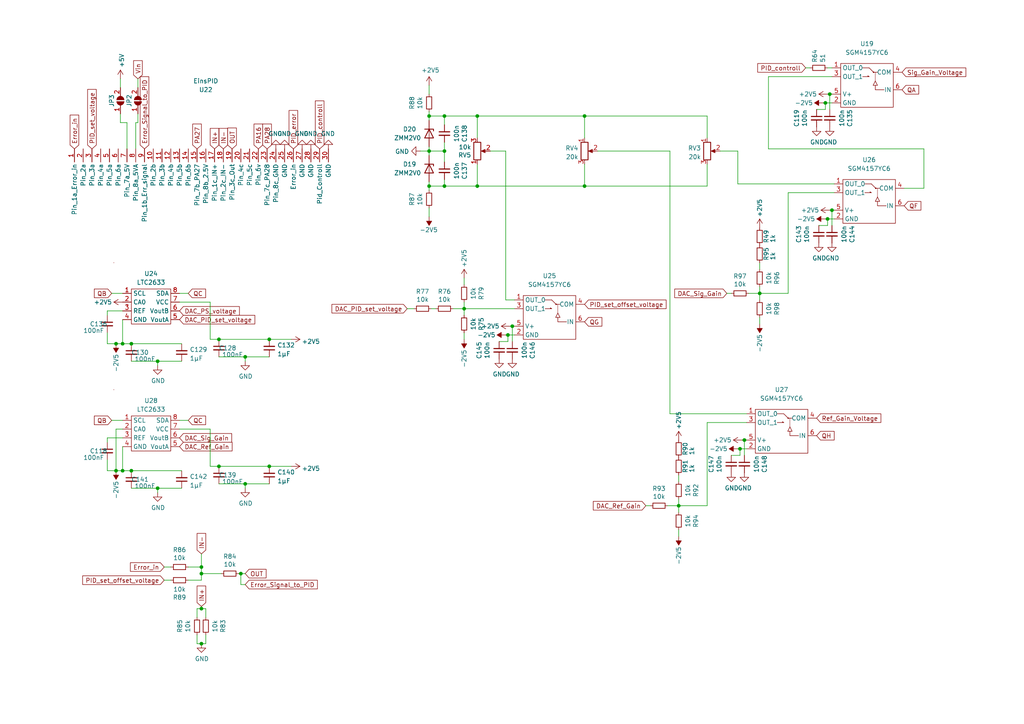
<source format=kicad_sch>
(kicad_sch (version 20211123) (generator eeschema)

  (uuid 892f55cd-a80b-4b7e-bbeb-d008d61a8f1a)

  (paper "A4")

  (lib_symbols
    (symbol "Device:C_Small" (pin_numbers hide) (pin_names (offset 0.254) hide) (in_bom yes) (on_board yes)
      (property "Reference" "C" (id 0) (at 0.254 1.778 0)
        (effects (font (size 1.27 1.27)) (justify left))
      )
      (property "Value" "C_Small" (id 1) (at 0.254 -2.032 0)
        (effects (font (size 1.27 1.27)) (justify left))
      )
      (property "Footprint" "" (id 2) (at 0 0 0)
        (effects (font (size 1.27 1.27)) hide)
      )
      (property "Datasheet" "~" (id 3) (at 0 0 0)
        (effects (font (size 1.27 1.27)) hide)
      )
      (property "ki_keywords" "capacitor cap" (id 4) (at 0 0 0)
        (effects (font (size 1.27 1.27)) hide)
      )
      (property "ki_description" "Unpolarized capacitor, small symbol" (id 5) (at 0 0 0)
        (effects (font (size 1.27 1.27)) hide)
      )
      (property "ki_fp_filters" "C_*" (id 6) (at 0 0 0)
        (effects (font (size 1.27 1.27)) hide)
      )
      (symbol "C_Small_0_1"
        (polyline
          (pts
            (xy -1.524 -0.508)
            (xy 1.524 -0.508)
          )
          (stroke (width 0.3302) (type default) (color 0 0 0 0))
          (fill (type none))
        )
        (polyline
          (pts
            (xy -1.524 0.508)
            (xy 1.524 0.508)
          )
          (stroke (width 0.3048) (type default) (color 0 0 0 0))
          (fill (type none))
        )
      )
      (symbol "C_Small_1_1"
        (pin passive line (at 0 2.54 270) (length 2.032)
          (name "~" (effects (font (size 1.27 1.27))))
          (number "1" (effects (font (size 1.27 1.27))))
        )
        (pin passive line (at 0 -2.54 90) (length 2.032)
          (name "~" (effects (font (size 1.27 1.27))))
          (number "2" (effects (font (size 1.27 1.27))))
        )
      )
    )
    (symbol "Device:R_Potentiometer" (pin_names (offset 1.016) hide) (in_bom yes) (on_board yes)
      (property "Reference" "RV" (id 0) (at -4.445 0 90)
        (effects (font (size 1.27 1.27)))
      )
      (property "Value" "R_Potentiometer" (id 1) (at -2.54 0 90)
        (effects (font (size 1.27 1.27)))
      )
      (property "Footprint" "" (id 2) (at 0 0 0)
        (effects (font (size 1.27 1.27)) hide)
      )
      (property "Datasheet" "~" (id 3) (at 0 0 0)
        (effects (font (size 1.27 1.27)) hide)
      )
      (property "ki_keywords" "resistor variable" (id 4) (at 0 0 0)
        (effects (font (size 1.27 1.27)) hide)
      )
      (property "ki_description" "Potentiometer" (id 5) (at 0 0 0)
        (effects (font (size 1.27 1.27)) hide)
      )
      (property "ki_fp_filters" "Potentiometer*" (id 6) (at 0 0 0)
        (effects (font (size 1.27 1.27)) hide)
      )
      (symbol "R_Potentiometer_0_1"
        (polyline
          (pts
            (xy 2.54 0)
            (xy 1.524 0)
          )
          (stroke (width 0) (type default) (color 0 0 0 0))
          (fill (type none))
        )
        (polyline
          (pts
            (xy 1.143 0)
            (xy 2.286 0.508)
            (xy 2.286 -0.508)
            (xy 1.143 0)
          )
          (stroke (width 0) (type default) (color 0 0 0 0))
          (fill (type outline))
        )
        (rectangle (start 1.016 2.54) (end -1.016 -2.54)
          (stroke (width 0.254) (type default) (color 0 0 0 0))
          (fill (type none))
        )
      )
      (symbol "R_Potentiometer_1_1"
        (pin passive line (at 0 3.81 270) (length 1.27)
          (name "1" (effects (font (size 1.27 1.27))))
          (number "1" (effects (font (size 1.27 1.27))))
        )
        (pin passive line (at 3.81 0 180) (length 1.27)
          (name "2" (effects (font (size 1.27 1.27))))
          (number "2" (effects (font (size 1.27 1.27))))
        )
        (pin passive line (at 0 -3.81 90) (length 1.27)
          (name "3" (effects (font (size 1.27 1.27))))
          (number "3" (effects (font (size 1.27 1.27))))
        )
      )
    )
    (symbol "Device:R_Small" (pin_numbers hide) (pin_names (offset 0.254) hide) (in_bom yes) (on_board yes)
      (property "Reference" "R" (id 0) (at 0.762 0.508 0)
        (effects (font (size 1.27 1.27)) (justify left))
      )
      (property "Value" "R_Small" (id 1) (at 0.762 -1.016 0)
        (effects (font (size 1.27 1.27)) (justify left))
      )
      (property "Footprint" "" (id 2) (at 0 0 0)
        (effects (font (size 1.27 1.27)) hide)
      )
      (property "Datasheet" "~" (id 3) (at 0 0 0)
        (effects (font (size 1.27 1.27)) hide)
      )
      (property "ki_keywords" "R resistor" (id 4) (at 0 0 0)
        (effects (font (size 1.27 1.27)) hide)
      )
      (property "ki_description" "Resistor, small symbol" (id 5) (at 0 0 0)
        (effects (font (size 1.27 1.27)) hide)
      )
      (property "ki_fp_filters" "R_*" (id 6) (at 0 0 0)
        (effects (font (size 1.27 1.27)) hide)
      )
      (symbol "R_Small_0_1"
        (rectangle (start -0.762 1.778) (end 0.762 -1.778)
          (stroke (width 0.2032) (type default) (color 0 0 0 0))
          (fill (type none))
        )
      )
      (symbol "R_Small_1_1"
        (pin passive line (at 0 2.54 270) (length 0.762)
          (name "~" (effects (font (size 1.27 1.27))))
          (number "1" (effects (font (size 1.27 1.27))))
        )
        (pin passive line (at 0 -2.54 90) (length 0.762)
          (name "~" (effects (font (size 1.27 1.27))))
          (number "2" (effects (font (size 1.27 1.27))))
        )
      )
    )
    (symbol "Diode:ZMMxx" (pin_numbers hide) (pin_names hide) (in_bom yes) (on_board yes)
      (property "Reference" "D" (id 0) (at 0 2.54 0)
        (effects (font (size 1.27 1.27)))
      )
      (property "Value" "ZMMxx" (id 1) (at 0 -2.54 0)
        (effects (font (size 1.27 1.27)))
      )
      (property "Footprint" "Diode_SMD:D_MiniMELF" (id 2) (at 0 -4.445 0)
        (effects (font (size 1.27 1.27)) hide)
      )
      (property "Datasheet" "https://diotec.com/tl_files/diotec/files/pdf/datasheets/zmm1.pdf" (id 3) (at 0 0 0)
        (effects (font (size 1.27 1.27)) hide)
      )
      (property "ki_keywords" "zener diode" (id 4) (at 0 0 0)
        (effects (font (size 1.27 1.27)) hide)
      )
      (property "ki_description" "500mW Zener Diode, MiniMELF" (id 5) (at 0 0 0)
        (effects (font (size 1.27 1.27)) hide)
      )
      (property "ki_fp_filters" "D*MiniMELF*" (id 6) (at 0 0 0)
        (effects (font (size 1.27 1.27)) hide)
      )
      (symbol "ZMMxx_0_1"
        (polyline
          (pts
            (xy 1.27 0)
            (xy -1.27 0)
          )
          (stroke (width 0) (type default) (color 0 0 0 0))
          (fill (type none))
        )
        (polyline
          (pts
            (xy -1.27 -1.27)
            (xy -1.27 1.27)
            (xy -0.762 1.27)
          )
          (stroke (width 0.254) (type default) (color 0 0 0 0))
          (fill (type none))
        )
        (polyline
          (pts
            (xy 1.27 -1.27)
            (xy 1.27 1.27)
            (xy -1.27 0)
            (xy 1.27 -1.27)
          )
          (stroke (width 0.254) (type default) (color 0 0 0 0))
          (fill (type none))
        )
      )
      (symbol "ZMMxx_1_1"
        (pin passive line (at -3.81 0 0) (length 2.54)
          (name "K" (effects (font (size 1.27 1.27))))
          (number "1" (effects (font (size 1.27 1.27))))
        )
        (pin passive line (at 3.81 0 180) (length 2.54)
          (name "A" (effects (font (size 1.27 1.27))))
          (number "2" (effects (font (size 1.27 1.27))))
        )
      )
    )
    (symbol "EinsPID_module:EinsPID" (in_bom yes) (on_board yes)
      (property "Reference" "U" (id 0) (at 0 3.81 0)
        (effects (font (size 1.27 1.27)))
      )
      (property "Value" "EinsPID" (id 1) (at 0 1.905 0)
        (effects (font (size 1.27 1.27)))
      )
      (property "Footprint" "" (id 2) (at -0.635 9.525 0)
        (effects (font (size 1.27 1.27)) hide)
      )
      (property "Datasheet" "" (id 3) (at -0.635 9.525 0)
        (effects (font (size 1.27 1.27)) hide)
      )
      (symbol "EinsPID_1_1"
        (pin passive line (at -38.1 -2.54 270) (length 3.81)
          (name "Pin_1a_Error_in" (effects (font (size 1.27 1.27))))
          (number "1" (effects (font (size 1.27 1.27))))
        )
        (pin passive line (at -15.24 -2.54 270) (length 3.81)
          (name "Pin_2b" (effects (font (size 1.27 1.27))))
          (number "10" (effects (font (size 1.27 1.27))))
        )
        (pin passive line (at -12.7 -2.54 270) (length 3.81)
          (name "Pin_3b" (effects (font (size 1.27 1.27))))
          (number "11" (effects (font (size 1.27 1.27))))
        )
        (pin passive line (at -10.16 -2.54 270) (length 3.81)
          (name "Pin_4b" (effects (font (size 1.27 1.27))))
          (number "12" (effects (font (size 1.27 1.27))))
        )
        (pin passive line (at -7.62 -2.54 270) (length 3.81)
          (name "Pin_5b" (effects (font (size 1.27 1.27))))
          (number "13" (effects (font (size 1.27 1.27))))
        )
        (pin passive line (at -5.08 -2.54 270) (length 3.81)
          (name "Pin_6b" (effects (font (size 1.27 1.27))))
          (number "14" (effects (font (size 1.27 1.27))))
        )
        (pin passive line (at -2.54 -2.54 270) (length 3.81)
          (name "Pin_7b_PA27" (effects (font (size 1.27 1.27))))
          (number "15" (effects (font (size 1.27 1.27))))
        )
        (pin passive line (at 0 -2.54 270) (length 3.81)
          (name "Pin_8b_2.5V" (effects (font (size 1.27 1.27))))
          (number "16" (effects (font (size 1.27 1.27))))
        )
        (pin passive line (at 2.54 -2.54 270) (length 3.81)
          (name "Pin_1c_IN+" (effects (font (size 1.27 1.27))))
          (number "17" (effects (font (size 1.27 1.27))))
        )
        (pin passive line (at 5.08 -2.54 270) (length 3.81)
          (name "Pin_2c_IN-" (effects (font (size 1.27 1.27))))
          (number "18" (effects (font (size 1.27 1.27))))
        )
        (pin passive line (at 7.62 -2.54 270) (length 3.81)
          (name "Pin_3c_Out" (effects (font (size 1.27 1.27))))
          (number "19" (effects (font (size 1.27 1.27))))
        )
        (pin passive line (at -35.56 -2.54 270) (length 3.81)
          (name "Pin_2a" (effects (font (size 1.27 1.27))))
          (number "2" (effects (font (size 1.27 1.27))))
        )
        (pin passive line (at 10.16 -2.54 270) (length 3.81)
          (name "Pin_4c" (effects (font (size 1.27 1.27))))
          (number "20" (effects (font (size 1.27 1.27))))
        )
        (pin passive line (at 12.7 -2.54 270) (length 3.81)
          (name "Pin_5c" (effects (font (size 1.27 1.27))))
          (number "21" (effects (font (size 1.27 1.27))))
        )
        (pin passive line (at 15.24 -2.54 270) (length 3.81)
          (name "Pin_6v" (effects (font (size 1.27 1.27))))
          (number "22" (effects (font (size 1.27 1.27))))
        )
        (pin passive line (at 17.78 -2.54 270) (length 3.81)
          (name "Pin_7c_PA28" (effects (font (size 1.27 1.27))))
          (number "23" (effects (font (size 1.27 1.27))))
        )
        (pin passive line (at 20.32 -2.54 270) (length 3.81)
          (name "Pin_8c_GND" (effects (font (size 1.27 1.27))))
          (number "24" (effects (font (size 1.27 1.27))))
        )
        (pin passive line (at 22.86 -2.54 270) (length 3.81)
          (name "GND" (effects (font (size 1.27 1.27))))
          (number "25" (effects (font (size 1.27 1.27))))
        )
        (pin passive line (at 25.4 -2.54 270) (length 3.81)
          (name "Error_in" (effects (font (size 1.27 1.27))))
          (number "26" (effects (font (size 1.27 1.27))))
        )
        (pin passive line (at 27.94 -2.54 270) (length 3.81)
          (name "GND" (effects (font (size 1.27 1.27))))
          (number "27" (effects (font (size 1.27 1.27))))
        )
        (pin passive line (at 30.48 -2.54 270) (length 3.81)
          (name "GND" (effects (font (size 1.27 1.27))))
          (number "28" (effects (font (size 1.27 1.27))))
        )
        (pin passive line (at 33.02 -2.54 270) (length 3.81)
          (name "Pid_Controll" (effects (font (size 1.27 1.27))))
          (number "29" (effects (font (size 1.27 1.27))))
        )
        (pin passive line (at -33.02 -2.54 270) (length 3.81)
          (name "Pin_3a" (effects (font (size 1.27 1.27))))
          (number "3" (effects (font (size 1.27 1.27))))
        )
        (pin passive line (at 35.56 -2.54 270) (length 3.81)
          (name "GND" (effects (font (size 1.27 1.27))))
          (number "30" (effects (font (size 1.27 1.27))))
        )
        (pin passive line (at -30.48 -2.54 270) (length 3.81)
          (name "Pin_4a" (effects (font (size 1.27 1.27))))
          (number "4" (effects (font (size 1.27 1.27))))
        )
        (pin passive line (at -27.94 -2.54 270) (length 3.81)
          (name "Pin_5a" (effects (font (size 1.27 1.27))))
          (number "5" (effects (font (size 1.27 1.27))))
        )
        (pin passive line (at -25.4 -2.54 270) (length 3.81)
          (name "Pin_6a" (effects (font (size 1.27 1.27))))
          (number "6" (effects (font (size 1.27 1.27))))
        )
        (pin passive line (at -22.86 -2.54 270) (length 3.81)
          (name "Pin_7a_5V" (effects (font (size 1.27 1.27))))
          (number "7" (effects (font (size 1.27 1.27))))
        )
        (pin passive line (at -20.32 -2.54 270) (length 3.81)
          (name "Pin_8a_5VA" (effects (font (size 1.27 1.27))))
          (number "8" (effects (font (size 1.27 1.27))))
        )
        (pin passive line (at -17.78 -2.54 270) (length 3.81)
          (name "Pin_1b_Err_signal" (effects (font (size 1.27 1.27))))
          (number "9" (effects (font (size 1.27 1.27))))
        )
      )
    )
    (symbol "Jumper:SolderJumper_2_Open" (pin_names (offset 0) hide) (in_bom yes) (on_board yes)
      (property "Reference" "JP" (id 0) (at 0 2.032 0)
        (effects (font (size 1.27 1.27)))
      )
      (property "Value" "SolderJumper_2_Open" (id 1) (at 0 -2.54 0)
        (effects (font (size 1.27 1.27)))
      )
      (property "Footprint" "" (id 2) (at 0 0 0)
        (effects (font (size 1.27 1.27)) hide)
      )
      (property "Datasheet" "~" (id 3) (at 0 0 0)
        (effects (font (size 1.27 1.27)) hide)
      )
      (property "ki_keywords" "solder jumper SPST" (id 4) (at 0 0 0)
        (effects (font (size 1.27 1.27)) hide)
      )
      (property "ki_description" "Solder Jumper, 2-pole, open" (id 5) (at 0 0 0)
        (effects (font (size 1.27 1.27)) hide)
      )
      (property "ki_fp_filters" "SolderJumper*Open*" (id 6) (at 0 0 0)
        (effects (font (size 1.27 1.27)) hide)
      )
      (symbol "SolderJumper_2_Open_0_1"
        (arc (start -0.254 1.016) (mid -1.27 0) (end -0.254 -1.016)
          (stroke (width 0) (type default) (color 0 0 0 0))
          (fill (type none))
        )
        (arc (start -0.254 1.016) (mid -1.27 0) (end -0.254 -1.016)
          (stroke (width 0) (type default) (color 0 0 0 0))
          (fill (type outline))
        )
        (polyline
          (pts
            (xy -0.254 1.016)
            (xy -0.254 -1.016)
          )
          (stroke (width 0) (type default) (color 0 0 0 0))
          (fill (type none))
        )
        (polyline
          (pts
            (xy 0.254 1.016)
            (xy 0.254 -1.016)
          )
          (stroke (width 0) (type default) (color 0 0 0 0))
          (fill (type none))
        )
        (arc (start 0.254 -1.016) (mid 1.27 0) (end 0.254 1.016)
          (stroke (width 0) (type default) (color 0 0 0 0))
          (fill (type none))
        )
        (arc (start 0.254 -1.016) (mid 1.27 0) (end 0.254 1.016)
          (stroke (width 0) (type default) (color 0 0 0 0))
          (fill (type outline))
        )
      )
      (symbol "SolderJumper_2_Open_1_1"
        (pin passive line (at -3.81 0 0) (length 2.54)
          (name "A" (effects (font (size 1.27 1.27))))
          (number "1" (effects (font (size 1.27 1.27))))
        )
        (pin passive line (at 3.81 0 180) (length 2.54)
          (name "B" (effects (font (size 1.27 1.27))))
          (number "2" (effects (font (size 1.27 1.27))))
        )
      )
    )
    (symbol "LTC2633CTS8:LTC2633" (in_bom yes) (on_board yes)
      (property "Reference" "U" (id 0) (at 0 10.16 0)
        (effects (font (size 1.27 1.27)))
      )
      (property "Value" "LTC2633" (id 1) (at 0 8.255 0)
        (effects (font (size 1.27 1.27)))
      )
      (property "Footprint" "" (id 2) (at 0 8.255 0)
        (effects (font (size 1.27 1.27)) hide)
      )
      (property "Datasheet" "" (id 3) (at 0 8.255 0)
        (effects (font (size 1.27 1.27)) hide)
      )
      (symbol "LTC2633_0_0"
        (rectangle (start -10.795 12.7) (end -10.795 12.7)
          (stroke (width 0.1524) (type default) (color 0 0 0 0))
          (fill (type none))
        )
        (rectangle (start -10.795 12.7) (end -10.795 12.7)
          (stroke (width 0.1524) (type default) (color 0 0 0 0))
          (fill (type none))
        )
      )
      (symbol "LTC2633_0_1"
        (rectangle (start -6.985 0.635) (end -6.985 0.635)
          (stroke (width 0.1524) (type default) (color 0 0 0 0))
          (fill (type none))
        )
        (rectangle (start -6.985 0.635) (end -6.985 0.635)
          (stroke (width 0.1524) (type default) (color 0 0 0 0))
          (fill (type none))
        )
        (rectangle (start -6.985 0.635) (end -6.985 0.635)
          (stroke (width 0.1524) (type default) (color 0 0 0 0))
          (fill (type none))
        )
        (rectangle (start -6.985 0.635) (end -6.985 0.635)
          (stroke (width 0.1524) (type default) (color 0 0 0 0))
          (fill (type none))
        )
        (rectangle (start -6.985 0.635) (end -6.985 0.635)
          (stroke (width 0.1524) (type default) (color 0 0 0 0))
          (fill (type none))
        )
        (rectangle (start -6.985 0.635) (end -6.985 0.635)
          (stroke (width 0.1524) (type default) (color 0 0 0 0))
          (fill (type none))
        )
        (rectangle (start -6.985 0.635) (end -6.985 0.635)
          (stroke (width 0.1524) (type default) (color 0 0 0 0))
          (fill (type none))
        )
        (rectangle (start -6.985 0.635) (end -6.985 0.635)
          (stroke (width 0.1524) (type default) (color 0 0 0 0))
          (fill (type none))
        )
        (rectangle (start -6.985 0.635) (end -6.985 0.635)
          (stroke (width 0.1524) (type default) (color 0 0 0 0))
          (fill (type none))
        )
        (rectangle (start -5.715 5.08) (end 5.715 -5.08)
          (stroke (width 0.1524) (type default) (color 0 0 0 0))
          (fill (type none))
        )
      )
      (symbol "LTC2633_1_1"
        (pin input line (at -8.255 3.81 0) (length 2.54)
          (name "SCL" (effects (font (size 1.27 1.27))))
          (number "1" (effects (font (size 1.27 1.27))))
        )
        (pin passive line (at -8.255 1.27 0) (length 2.54)
          (name "CA0" (effects (font (size 1.27 1.27))))
          (number "2" (effects (font (size 1.27 1.27))))
        )
        (pin passive line (at -8.255 -1.27 0) (length 2.54)
          (name "REF" (effects (font (size 1.27 1.27))))
          (number "3" (effects (font (size 1.27 1.27))))
        )
        (pin power_in line (at -8.255 -3.81 0) (length 2.54)
          (name "GND" (effects (font (size 1.27 1.27))))
          (number "4" (effects (font (size 1.27 1.27))))
        )
        (pin output line (at 8.255 -3.81 180) (length 2.54)
          (name "VoutA" (effects (font (size 1.27 1.27))))
          (number "5" (effects (font (size 1.27 1.27))))
        )
        (pin output line (at 8.255 -1.27 180) (length 2.54)
          (name "VoutB" (effects (font (size 1.27 1.27))))
          (number "6" (effects (font (size 1.27 1.27))))
        )
        (pin power_in line (at 8.255 1.27 180) (length 2.54)
          (name "VCC" (effects (font (size 1.27 1.27))))
          (number "7" (effects (font (size 1.27 1.27))))
        )
        (pin input line (at 8.255 3.81 180) (length 2.54)
          (name "SDA" (effects (font (size 1.27 1.27))))
          (number "8" (effects (font (size 1.27 1.27))))
        )
      )
    )
    (symbol "SGM4157YC6:SGM4157YC6" (in_bom yes) (on_board yes)
      (property "Reference" "U" (id 0) (at 0 11.43 0)
        (effects (font (size 1.27 1.27)))
      )
      (property "Value" "SGM4157YC6" (id 1) (at 0 8.89 0)
        (effects (font (size 1.27 1.27)))
      )
      (property "Footprint" "footprints:SC-60" (id 2) (at 0 -7.62 0)
        (effects (font (size 1.27 1.27)) hide)
      )
      (property "Datasheet" "" (id 3) (at -17.78 2.54 0)
        (effects (font (size 1.27 1.27)) hide)
      )
      (symbol "SGM4157YC6_0_1"
        (rectangle (start -7.62 6.35) (end 7.62 -6.35)
          (stroke (width 0) (type default) (color 0 0 0 0))
          (fill (type none))
        )
        (circle (center -1.905 3.81) (radius 0.1368)
          (stroke (width 0) (type default) (color 0 0 0 0))
          (fill (type none))
        )
        (polyline
          (pts
            (xy -2.413 3.81)
            (xy -2.413 1.27)
          )
          (stroke (width 0.1) (type default) (color 0 0 0 0))
          (fill (type none))
        )
        (polyline
          (pts
            (xy -0.635 5.08)
            (xy 1.27 5.08)
          )
          (stroke (width 0) (type default) (color 0 0 0 0))
          (fill (type none))
        )
        (polyline
          (pts
            (xy 1.27 2.54)
            (xy -0.635 2.54)
          )
          (stroke (width 0) (type default) (color 0 0 0 0))
          (fill (type none))
        )
        (polyline
          (pts
            (xy -2.413 0)
            (xy -2.413 -1.27)
            (xy -4.953 -1.27)
          )
          (stroke (width 0) (type default) (color 0 0 0 0))
          (fill (type none))
        )
        (polyline
          (pts
            (xy -0.635 5.08)
            (xy -1.905 3.81)
            (xy -3.048 3.81)
          )
          (stroke (width 0) (type default) (color 0 0 0 0))
          (fill (type none))
        )
        (polyline
          (pts
            (xy -0.254 2.54)
            (xy -0.254 2.794)
            (xy -0.635 2.54)
          )
          (stroke (width 0) (type default) (color 0 0 0 0))
          (fill (type none))
        )
        (polyline
          (pts
            (xy -2.413 1.27)
            (xy -3.048 0)
            (xy -1.778 0)
            (xy -2.413 1.27)
          )
          (stroke (width 0) (type default) (color 0 0 0 0))
          (fill (type none))
        )
      )
      (symbol "SGM4157YC6_1_1"
        (pin output line (at 10.16 5.08 180) (length 2.54)
          (name "OUT_0" (effects (font (size 1.27 1.27))))
          (number "1" (effects (font (size 1.27 1.27))))
        )
        (pin passive line (at 10.16 -5.08 180) (length 2.54)
          (name "GND" (effects (font (size 1.27 1.27))))
          (number "2" (effects (font (size 1.27 1.27))))
        )
        (pin output line (at 10.16 2.54 180) (length 2.54)
          (name "OUT_1" (effects (font (size 1.27 1.27))))
          (number "3" (effects (font (size 1.27 1.27))))
        )
        (pin input line (at -10.16 3.81 0) (length 2.54)
          (name "COM" (effects (font (size 1.27 1.27))))
          (number "4" (effects (font (size 1.27 1.27))))
        )
        (pin passive line (at 10.16 -2.54 180) (length 2.54)
          (name "V+" (effects (font (size 1.27 1.27))))
          (number "5" (effects (font (size 1.27 1.27))))
        )
        (pin input line (at -10.16 -1.27 0) (length 2.54)
          (name "IN" (effects (font (size 1.27 1.27))))
          (number "6" (effects (font (size 1.27 1.27))))
        )
      )
    )
    (symbol "power:+2V5" (power) (pin_names (offset 0)) (in_bom yes) (on_board yes)
      (property "Reference" "#PWR" (id 0) (at 0 -3.81 0)
        (effects (font (size 1.27 1.27)) hide)
      )
      (property "Value" "+2V5" (id 1) (at 0 3.556 0)
        (effects (font (size 1.27 1.27)))
      )
      (property "Footprint" "" (id 2) (at 0 0 0)
        (effects (font (size 1.27 1.27)) hide)
      )
      (property "Datasheet" "" (id 3) (at 0 0 0)
        (effects (font (size 1.27 1.27)) hide)
      )
      (property "ki_keywords" "power-flag" (id 4) (at 0 0 0)
        (effects (font (size 1.27 1.27)) hide)
      )
      (property "ki_description" "Power symbol creates a global label with name \"+2V5\"" (id 5) (at 0 0 0)
        (effects (font (size 1.27 1.27)) hide)
      )
      (symbol "+2V5_0_1"
        (polyline
          (pts
            (xy -0.762 1.27)
            (xy 0 2.54)
          )
          (stroke (width 0) (type default) (color 0 0 0 0))
          (fill (type none))
        )
        (polyline
          (pts
            (xy 0 0)
            (xy 0 2.54)
          )
          (stroke (width 0) (type default) (color 0 0 0 0))
          (fill (type none))
        )
        (polyline
          (pts
            (xy 0 2.54)
            (xy 0.762 1.27)
          )
          (stroke (width 0) (type default) (color 0 0 0 0))
          (fill (type none))
        )
      )
      (symbol "+2V5_1_1"
        (pin power_in line (at 0 0 90) (length 0) hide
          (name "+2V5" (effects (font (size 1.27 1.27))))
          (number "1" (effects (font (size 1.27 1.27))))
        )
      )
    )
    (symbol "power:+5V" (power) (pin_names (offset 0)) (in_bom yes) (on_board yes)
      (property "Reference" "#PWR" (id 0) (at 0 -3.81 0)
        (effects (font (size 1.27 1.27)) hide)
      )
      (property "Value" "+5V" (id 1) (at 0 3.556 0)
        (effects (font (size 1.27 1.27)))
      )
      (property "Footprint" "" (id 2) (at 0 0 0)
        (effects (font (size 1.27 1.27)) hide)
      )
      (property "Datasheet" "" (id 3) (at 0 0 0)
        (effects (font (size 1.27 1.27)) hide)
      )
      (property "ki_keywords" "power-flag" (id 4) (at 0 0 0)
        (effects (font (size 1.27 1.27)) hide)
      )
      (property "ki_description" "Power symbol creates a global label with name \"+5V\"" (id 5) (at 0 0 0)
        (effects (font (size 1.27 1.27)) hide)
      )
      (symbol "+5V_0_1"
        (polyline
          (pts
            (xy -0.762 1.27)
            (xy 0 2.54)
          )
          (stroke (width 0) (type default) (color 0 0 0 0))
          (fill (type none))
        )
        (polyline
          (pts
            (xy 0 0)
            (xy 0 2.54)
          )
          (stroke (width 0) (type default) (color 0 0 0 0))
          (fill (type none))
        )
        (polyline
          (pts
            (xy 0 2.54)
            (xy 0.762 1.27)
          )
          (stroke (width 0) (type default) (color 0 0 0 0))
          (fill (type none))
        )
      )
      (symbol "+5V_1_1"
        (pin power_in line (at 0 0 90) (length 0) hide
          (name "+5V" (effects (font (size 1.27 1.27))))
          (number "1" (effects (font (size 1.27 1.27))))
        )
      )
    )
    (symbol "power:-2V5" (power) (pin_names (offset 0)) (in_bom yes) (on_board yes)
      (property "Reference" "#PWR" (id 0) (at 0 2.54 0)
        (effects (font (size 1.27 1.27)) hide)
      )
      (property "Value" "-2V5" (id 1) (at 0 3.81 0)
        (effects (font (size 1.27 1.27)))
      )
      (property "Footprint" "" (id 2) (at 0 0 0)
        (effects (font (size 1.27 1.27)) hide)
      )
      (property "Datasheet" "" (id 3) (at 0 0 0)
        (effects (font (size 1.27 1.27)) hide)
      )
      (property "ki_keywords" "power-flag" (id 4) (at 0 0 0)
        (effects (font (size 1.27 1.27)) hide)
      )
      (property "ki_description" "Power symbol creates a global label with name \"-2V5\"" (id 5) (at 0 0 0)
        (effects (font (size 1.27 1.27)) hide)
      )
      (symbol "-2V5_0_0"
        (pin power_in line (at 0 0 90) (length 0) hide
          (name "-2V5" (effects (font (size 1.27 1.27))))
          (number "1" (effects (font (size 1.27 1.27))))
        )
      )
      (symbol "-2V5_0_1"
        (polyline
          (pts
            (xy 0 0)
            (xy 0 1.27)
            (xy 0.762 1.27)
            (xy 0 2.54)
            (xy -0.762 1.27)
            (xy 0 1.27)
          )
          (stroke (width 0) (type default) (color 0 0 0 0))
          (fill (type outline))
        )
      )
    )
    (symbol "power:GND" (power) (pin_names (offset 0)) (in_bom yes) (on_board yes)
      (property "Reference" "#PWR" (id 0) (at 0 -6.35 0)
        (effects (font (size 1.27 1.27)) hide)
      )
      (property "Value" "GND" (id 1) (at 0 -3.81 0)
        (effects (font (size 1.27 1.27)))
      )
      (property "Footprint" "" (id 2) (at 0 0 0)
        (effects (font (size 1.27 1.27)) hide)
      )
      (property "Datasheet" "" (id 3) (at 0 0 0)
        (effects (font (size 1.27 1.27)) hide)
      )
      (property "ki_keywords" "power-flag" (id 4) (at 0 0 0)
        (effects (font (size 1.27 1.27)) hide)
      )
      (property "ki_description" "Power symbol creates a global label with name \"GND\" , ground" (id 5) (at 0 0 0)
        (effects (font (size 1.27 1.27)) hide)
      )
      (symbol "GND_0_1"
        (polyline
          (pts
            (xy 0 0)
            (xy 0 -1.27)
            (xy 1.27 -1.27)
            (xy 0 -2.54)
            (xy -1.27 -1.27)
            (xy 0 -1.27)
          )
          (stroke (width 0) (type default) (color 0 0 0 0))
          (fill (type none))
        )
      )
      (symbol "GND_1_1"
        (pin power_in line (at 0 0 270) (length 0) hide
          (name "GND" (effects (font (size 1.27 1.27))))
          (number "1" (effects (font (size 1.27 1.27))))
        )
      )
    )
  )

  (junction (at 63.5 98.425) (diameter 0) (color 0 0 0 0)
    (uuid 102347b7-607a-4214-ba82-dccd975d15fd)
  )
  (junction (at 71.12 103.505) (diameter 0) (color 0 0 0 0)
    (uuid 14c9fe33-2e3e-445b-ace8-5c3b5d092c2b)
  )
  (junction (at 45.72 104.775) (diameter 0) (color 0 0 0 0)
    (uuid 1a14d84e-33f1-4a78-a5e3-529806d8033b)
  )
  (junction (at 71.12 140.335) (diameter 0) (color 0 0 0 0)
    (uuid 2ff30f8e-deb9-4a2f-9767-eaae70c78072)
  )
  (junction (at 134.62 89.535) (diameter 0) (color 0 0 0 0)
    (uuid 325a178b-4388-4ac6-9512-4e50f7635345)
  )
  (junction (at 38.1 99.695) (diameter 0) (color 0 0 0 0)
    (uuid 3cc6edfd-50bc-46aa-acf7-87552926b4dc)
  )
  (junction (at 78.105 135.255) (diameter 0) (color 0 0 0 0)
    (uuid 3f35bbd0-c61f-446e-8035-ed29ee4d1b6c)
  )
  (junction (at 58.42 186.69) (diameter 0) (color 0 0 0 0)
    (uuid 4452b7c4-e967-42d5-b129-17a052d4eb85)
  )
  (junction (at 63.5 135.255) (diameter 0) (color 0 0 0 0)
    (uuid 46f0076d-1b9e-4387-adaa-ead3b9d765e6)
  )
  (junction (at 38.1 136.525) (diameter 0) (color 0 0 0 0)
    (uuid 4c623209-8f4e-4ff1-83f7-b32d17a63ce6)
  )
  (junction (at 239.395 29.845) (diameter 0) (color 0 0 0 0)
    (uuid 5599bafe-c506-4153-b21e-fd72e020b8f9)
  )
  (junction (at 58.42 176.53) (diameter 0) (color 0 0 0 0)
    (uuid 586ee60a-a626-4588-82e0-cb991e0635e1)
  )
  (junction (at 124.46 53.975) (diameter 0) (color 0 0 0 0)
    (uuid 5879a4c7-d2ec-43c3-b260-cca1ac9c26fc)
  )
  (junction (at 169.545 53.975) (diameter 0) (color 0 0 0 0)
    (uuid 5ea2ade2-ffef-4505-8509-579b6d88b33b)
  )
  (junction (at 196.85 146.685) (diameter 0) (color 0 0 0 0)
    (uuid 6292520e-d7a9-4c5e-b30f-00e8fc7adaac)
  )
  (junction (at 128.905 33.655) (diameter 0) (color 0 0 0 0)
    (uuid 66c6b24c-0cae-414c-9e1d-1801e06fb417)
  )
  (junction (at 214.63 130.175) (diameter 0) (color 0 0 0 0)
    (uuid 6a7e3b50-8992-4379-a931-aa2210a12d46)
  )
  (junction (at 147.32 97.155) (diameter 0) (color 0 0 0 0)
    (uuid 6d75075d-358b-43fd-8a45-a2c0e6746c5a)
  )
  (junction (at 35.56 99.695) (diameter 0) (color 0 0 0 0)
    (uuid 6ff6059d-3970-401e-9922-968dea81ac75)
  )
  (junction (at 148.59 94.615) (diameter 0) (color 0 0 0 0)
    (uuid 72e7ae74-5880-4cc5-9b0b-98de194e8baa)
  )
  (junction (at 220.345 85.09) (diameter 0) (color 0 0 0 0)
    (uuid 85c61c90-dfb3-455a-8639-4728fe4b47b9)
  )
  (junction (at 33.655 99.695) (diameter 0) (color 0 0 0 0)
    (uuid 8cbce055-5af0-4861-bf1e-50eb5d26f8f6)
  )
  (junction (at 35.56 136.525) (diameter 0) (color 0 0 0 0)
    (uuid 9250fd74-5076-4c73-8117-b2ae21248cba)
  )
  (junction (at 58.42 166.37) (diameter 0) (color 0 0 0 0)
    (uuid 9a3c0230-83a2-4f71-9fc8-f52d3d576a7d)
  )
  (junction (at 241.3 60.96) (diameter 0) (color 0 0 0 0)
    (uuid 9dc977bd-3592-45a1-9193-9ad2a6668b10)
  )
  (junction (at 69.85 166.37) (diameter 0) (color 0 0 0 0)
    (uuid 9fc866a7-3d79-405c-8232-c286442dbeff)
  )
  (junction (at 215.9 127.635) (diameter 0) (color 0 0 0 0)
    (uuid a0a9fa84-8487-4b21-a48b-770d1cefa880)
  )
  (junction (at 124.46 43.815) (diameter 0) (color 0 0 0 0)
    (uuid a30b1e86-c473-4574-9095-e351d04901ec)
  )
  (junction (at 128.905 43.815) (diameter 0) (color 0 0 0 0)
    (uuid a3e4e2bf-f35f-49ea-9948-007764bbbe90)
  )
  (junction (at 240.665 27.305) (diameter 0) (color 0 0 0 0)
    (uuid aca73743-5fa6-483c-84e6-fb8574f9f920)
  )
  (junction (at 78.105 98.425) (diameter 0) (color 0 0 0 0)
    (uuid b5cae842-ba21-41ea-b24a-9553bb598e07)
  )
  (junction (at 45.72 141.605) (diameter 0) (color 0 0 0 0)
    (uuid d6636904-ed4e-42bf-ac3e-f8372d0ad6a6)
  )
  (junction (at 169.545 33.655) (diameter 0) (color 0 0 0 0)
    (uuid dcb3b0bc-7189-46bd-ab59-304bb9e5c288)
  )
  (junction (at 128.905 53.975) (diameter 0) (color 0 0 0 0)
    (uuid de67270c-c471-45fd-9dea-0b39f6d54a00)
  )
  (junction (at 58.42 164.465) (diameter 0) (color 0 0 0 0)
    (uuid e0fc6af1-2890-4f01-a0ed-aca010517832)
  )
  (junction (at 240.03 63.5) (diameter 0) (color 0 0 0 0)
    (uuid e979dc6f-67ec-4eb8-9743-2c4d7d28936e)
  )
  (junction (at 33.655 136.525) (diameter 0) (color 0 0 0 0)
    (uuid f4895016-7e85-49b9-aab4-b2a3dfa1655a)
  )
  (junction (at 138.43 53.975) (diameter 0) (color 0 0 0 0)
    (uuid f6c7cfde-1bc0-44c9-a8e6-a54b506da053)
  )
  (junction (at 138.43 33.655) (diameter 0) (color 0 0 0 0)
    (uuid fe1a729e-5fa2-4771-a062-0808240d9fe2)
  )
  (junction (at 124.46 33.655) (diameter 0) (color 0 0 0 0)
    (uuid ff9a2c4e-2b56-4901-8019-7f4eeb4f7312)
  )

  (wire (pts (xy 138.43 53.975) (xy 138.43 47.625))
    (stroke (width 0) (type default) (color 0 0 0 0))
    (uuid 01f7db37-f770-4f03-a5b4-029c02d0bf96)
  )
  (wire (pts (xy 215.9 127.635) (xy 215.9 132.08))
    (stroke (width 0) (type default) (color 0 0 0 0))
    (uuid 01f8af8f-a770-4c6a-b39b-e5d1569c104b)
  )
  (wire (pts (xy 60.96 98.425) (xy 63.5 98.425))
    (stroke (width 0) (type default) (color 0 0 0 0))
    (uuid 04719a8e-e210-4dd4-bbb8-c28ecdfb115d)
  )
  (wire (pts (xy 147.32 97.155) (xy 149.225 97.155))
    (stroke (width 0) (type default) (color 0 0 0 0))
    (uuid 047d01f5-9686-46f3-8a5b-a8dbea5aad0b)
  )
  (wire (pts (xy 205.105 53.975) (xy 205.105 47.625))
    (stroke (width 0) (type default) (color 0 0 0 0))
    (uuid 06c01317-5a6d-4e13-a833-01f3f3759e96)
  )
  (wire (pts (xy 196.85 137.795) (xy 196.85 139.7))
    (stroke (width 0) (type default) (color 0 0 0 0))
    (uuid 0a659b2f-2cfc-4e43-a8cb-13b72550e001)
  )
  (wire (pts (xy 31.115 136.525) (xy 33.655 136.525))
    (stroke (width 0) (type default) (color 0 0 0 0))
    (uuid 0c377f2b-fbd6-4fc0-95ac-a15fea452140)
  )
  (wire (pts (xy 36.83 43.18) (xy 36.83 35.56))
    (stroke (width 0) (type default) (color 0 0 0 0))
    (uuid 0d64ac1c-bf58-4829-a41d-1d412cfee65f)
  )
  (wire (pts (xy 267.97 54.61) (xy 267.97 43.18))
    (stroke (width 0) (type default) (color 0 0 0 0))
    (uuid 0e4cd175-fa4d-45d7-93ca-e7e572bf8b9b)
  )
  (wire (pts (xy 238.76 29.845) (xy 239.395 29.845))
    (stroke (width 0) (type default) (color 0 0 0 0))
    (uuid 0f82e7fe-0a2d-4337-9547-be5738dc3a4f)
  )
  (wire (pts (xy 240.03 27.305) (xy 240.665 27.305))
    (stroke (width 0) (type default) (color 0 0 0 0))
    (uuid 0fdb3f3b-d47d-4629-9d67-a8a8c2e9c27d)
  )
  (wire (pts (xy 39.37 35.56) (xy 40.005 35.56))
    (stroke (width 0) (type default) (color 0 0 0 0))
    (uuid 12080bfd-a519-4c44-958d-99c6a269c1a5)
  )
  (wire (pts (xy 138.43 33.655) (xy 169.545 33.655))
    (stroke (width 0) (type default) (color 0 0 0 0))
    (uuid 122f64e2-f238-4149-9853-676b69ecbfcb)
  )
  (wire (pts (xy 124.46 53.975) (xy 124.46 52.705))
    (stroke (width 0) (type default) (color 0 0 0 0))
    (uuid 14a7f5c0-9dbe-4c06-ac61-8a623630a0d5)
  )
  (wire (pts (xy 58.42 175.895) (xy 58.42 176.53))
    (stroke (width 0) (type default) (color 0 0 0 0))
    (uuid 168603c0-fb61-4788-bc87-dadb3f101f6e)
  )
  (wire (pts (xy 220.345 76.2) (xy 220.345 78.105))
    (stroke (width 0) (type default) (color 0 0 0 0))
    (uuid 19e28d39-9ed5-4a6c-8869-18d08acc27f2)
  )
  (wire (pts (xy 228.6 85.09) (xy 228.6 55.88))
    (stroke (width 0) (type default) (color 0 0 0 0))
    (uuid 1a480626-01c9-4ee9-a6fd-862abba64916)
  )
  (wire (pts (xy 196.85 146.685) (xy 205.105 146.685))
    (stroke (width 0) (type default) (color 0 0 0 0))
    (uuid 1ae0db90-3522-41d6-b6f9-49dd6525b596)
  )
  (wire (pts (xy 215.9 127.635) (xy 216.535 127.635))
    (stroke (width 0) (type default) (color 0 0 0 0))
    (uuid 1c0c31c5-38fd-45bc-8e4c-144b0e3246d2)
  )
  (wire (pts (xy 31.115 96.52) (xy 31.115 99.695))
    (stroke (width 0) (type default) (color 0 0 0 0))
    (uuid 1e074b3b-c544-46cd-a3ef-929435183239)
  )
  (wire (pts (xy 64.135 166.37) (xy 58.42 166.37))
    (stroke (width 0) (type default) (color 0 0 0 0))
    (uuid 1e6ae843-1b0d-4768-aeb6-0cdc39965fae)
  )
  (wire (pts (xy 71.12 166.37) (xy 69.85 166.37))
    (stroke (width 0) (type default) (color 0 0 0 0))
    (uuid 1e935d38-4735-41fc-bd61-e50f5d1b5271)
  )
  (wire (pts (xy 60.96 135.255) (xy 60.96 124.46))
    (stroke (width 0) (type default) (color 0 0 0 0))
    (uuid 1f28ca7b-a6f7-4abd-9dab-61e4d862bcfd)
  )
  (wire (pts (xy 59.69 184.15) (xy 59.69 186.69))
    (stroke (width 0) (type default) (color 0 0 0 0))
    (uuid 1f59050f-7023-4406-bf5c-a7bae60b852c)
  )
  (wire (pts (xy 45.72 141.605) (xy 45.72 142.875))
    (stroke (width 0) (type default) (color 0 0 0 0))
    (uuid 1f8a9109-7aff-4b7f-9b8b-6ea5418c41e2)
  )
  (wire (pts (xy 60.96 98.425) (xy 60.96 87.63))
    (stroke (width 0) (type default) (color 0 0 0 0))
    (uuid 1fd86f57-9c42-4ba3-ac44-1ba933aa9584)
  )
  (wire (pts (xy 32.385 121.92) (xy 35.56 121.92))
    (stroke (width 0) (type default) (color 0 0 0 0))
    (uuid 201b1d10-b220-4e5b-b6c5-35a04ba8d76b)
  )
  (wire (pts (xy 212.09 132.08) (xy 214.63 132.08))
    (stroke (width 0) (type default) (color 0 0 0 0))
    (uuid 20a6db46-3a46-40f6-8823-de2b961f18ae)
  )
  (wire (pts (xy 194.31 120.015) (xy 216.535 120.015))
    (stroke (width 0) (type default) (color 0 0 0 0))
    (uuid 26f3c2c6-ad23-47cc-95e2-3ce29591cac4)
  )
  (wire (pts (xy 222.885 43.18) (xy 267.97 43.18))
    (stroke (width 0) (type default) (color 0 0 0 0))
    (uuid 29a2519c-1868-42c5-bc0a-cabc5ae5eac6)
  )
  (wire (pts (xy 124.46 32.385) (xy 124.46 33.655))
    (stroke (width 0) (type default) (color 0 0 0 0))
    (uuid 2bc7acdd-9968-405a-9f6e-e5b686322dd9)
  )
  (wire (pts (xy 169.545 53.975) (xy 205.105 53.975))
    (stroke (width 0) (type default) (color 0 0 0 0))
    (uuid 2c631da4-200d-4519-a3a6-6909ebb47d3f)
  )
  (wire (pts (xy 134.62 87.63) (xy 134.62 89.535))
    (stroke (width 0) (type default) (color 0 0 0 0))
    (uuid 2db501b0-741a-4dda-9086-9913df0a0f94)
  )
  (wire (pts (xy 222.885 22.225) (xy 241.3 22.225))
    (stroke (width 0) (type default) (color 0 0 0 0))
    (uuid 2ef47381-42bc-4d16-a191-c9406774a805)
  )
  (wire (pts (xy 205.105 122.555) (xy 216.535 122.555))
    (stroke (width 0) (type default) (color 0 0 0 0))
    (uuid 31af9067-1a5a-4e8f-9862-52696be903ec)
  )
  (wire (pts (xy 52.07 87.63) (xy 60.96 87.63))
    (stroke (width 0) (type default) (color 0 0 0 0))
    (uuid 31b6c42a-bac4-4cc0-bf6f-33b1440d38e0)
  )
  (wire (pts (xy 239.395 63.5) (xy 240.03 63.5))
    (stroke (width 0) (type default) (color 0 0 0 0))
    (uuid 32fecd31-c04c-40e9-a164-690f67316b40)
  )
  (wire (pts (xy 128.905 46.99) (xy 128.905 43.815))
    (stroke (width 0) (type default) (color 0 0 0 0))
    (uuid 332c434a-f540-4463-8b4d-35cae737b104)
  )
  (wire (pts (xy 45.72 104.775) (xy 52.705 104.775))
    (stroke (width 0) (type default) (color 0 0 0 0))
    (uuid 33efe3e1-294a-4c36-bafe-620c3657d87c)
  )
  (wire (pts (xy 47.625 164.465) (xy 49.53 164.465))
    (stroke (width 0) (type default) (color 0 0 0 0))
    (uuid 35010a8b-cf79-4723-a395-5bd22c721397)
  )
  (wire (pts (xy 138.43 33.655) (xy 138.43 40.005))
    (stroke (width 0) (type default) (color 0 0 0 0))
    (uuid 3a5ef6d3-3655-42d9-84d9-6b17ee9faee3)
  )
  (wire (pts (xy 220.345 92.075) (xy 220.345 93.98))
    (stroke (width 0) (type default) (color 0 0 0 0))
    (uuid 3d6b3b5b-2f31-4787-8fff-5bca6d508051)
  )
  (wire (pts (xy 240.03 65.405) (xy 240.03 63.5))
    (stroke (width 0) (type default) (color 0 0 0 0))
    (uuid 3ff9a13e-91b6-4523-ac14-009b3eb112f6)
  )
  (wire (pts (xy 222.885 22.225) (xy 222.885 43.18))
    (stroke (width 0) (type default) (color 0 0 0 0))
    (uuid 41d7cc56-fffb-4635-9cd3-31194cb3eebe)
  )
  (wire (pts (xy 125.095 89.535) (xy 126.365 89.535))
    (stroke (width 0) (type default) (color 0 0 0 0))
    (uuid 451d3a07-85c6-44c4-adde-26b267873926)
  )
  (wire (pts (xy 193.675 146.685) (xy 196.85 146.685))
    (stroke (width 0) (type default) (color 0 0 0 0))
    (uuid 45b26281-4f09-496b-ba2c-b65be7cd0480)
  )
  (wire (pts (xy 205.105 146.685) (xy 205.105 122.555))
    (stroke (width 0) (type default) (color 0 0 0 0))
    (uuid 4894df23-9f69-40fa-9096-23ed03dc8ae3)
  )
  (wire (pts (xy 40.005 22.86) (xy 40.005 25.4))
    (stroke (width 0) (type default) (color 0 0 0 0))
    (uuid 4a7bda7b-49ee-49c0-95b4-3865b47ef2a6)
  )
  (wire (pts (xy 45.72 141.605) (xy 52.705 141.605))
    (stroke (width 0) (type default) (color 0 0 0 0))
    (uuid 4b23fe33-2eaf-45ca-9a4a-a7de4bb9d5d4)
  )
  (wire (pts (xy 240.665 60.96) (xy 241.3 60.96))
    (stroke (width 0) (type default) (color 0 0 0 0))
    (uuid 4b75aac1-b6e8-4b20-a3bc-0c449cf1c9b2)
  )
  (wire (pts (xy 134.62 89.535) (xy 134.62 91.44))
    (stroke (width 0) (type default) (color 0 0 0 0))
    (uuid 4c02c573-9f8c-4e58-90ef-92bf777b0099)
  )
  (wire (pts (xy 131.445 89.535) (xy 134.62 89.535))
    (stroke (width 0) (type default) (color 0 0 0 0))
    (uuid 4d020ccf-4f16-4f35-bd92-858b96474284)
  )
  (wire (pts (xy 34.925 35.56) (xy 34.925 33.02))
    (stroke (width 0) (type default) (color 0 0 0 0))
    (uuid 4d8d7ba3-f988-432e-92cb-711412568c56)
  )
  (wire (pts (xy 240.03 19.685) (xy 241.3 19.685))
    (stroke (width 0) (type default) (color 0 0 0 0))
    (uuid 4e509d16-fcf3-4860-9cd8-e9d899b25a4e)
  )
  (wire (pts (xy 63.5 98.425) (xy 78.105 98.425))
    (stroke (width 0) (type default) (color 0 0 0 0))
    (uuid 5247efdb-6e23-437c-877a-d704520f047e)
  )
  (wire (pts (xy 239.395 29.845) (xy 241.3 29.845))
    (stroke (width 0) (type default) (color 0 0 0 0))
    (uuid 53361850-7bf8-4a82-b266-69b6b1ef90d0)
  )
  (wire (pts (xy 33.655 136.525) (xy 33.655 124.46))
    (stroke (width 0) (type default) (color 0 0 0 0))
    (uuid 558558d8-df32-493a-a7ee-2b4348c329cf)
  )
  (wire (pts (xy 124.46 53.975) (xy 128.905 53.975))
    (stroke (width 0) (type default) (color 0 0 0 0))
    (uuid 55a2658d-2520-4359-916c-5af389cb16a1)
  )
  (wire (pts (xy 33.655 99.695) (xy 35.56 99.695))
    (stroke (width 0) (type default) (color 0 0 0 0))
    (uuid 57cc5da1-5f8d-46b1-97bd-97148552e5f0)
  )
  (wire (pts (xy 58.42 168.275) (xy 58.42 166.37))
    (stroke (width 0) (type default) (color 0 0 0 0))
    (uuid 58e8fe66-b73c-48de-b3c8-b737003becdf)
  )
  (wire (pts (xy 58.42 160.655) (xy 58.42 164.465))
    (stroke (width 0) (type default) (color 0 0 0 0))
    (uuid 5963fcef-5a33-4d5b-885f-ac8eb9f07cf0)
  )
  (wire (pts (xy 58.42 176.53) (xy 59.69 176.53))
    (stroke (width 0) (type default) (color 0 0 0 0))
    (uuid 59e34bb3-4302-4a21-8399-b7be4f009469)
  )
  (wire (pts (xy 31.115 99.695) (xy 33.655 99.695))
    (stroke (width 0) (type default) (color 0 0 0 0))
    (uuid 5a30affa-b889-4f41-ae5a-02567dd1adf1)
  )
  (wire (pts (xy 38.1 104.775) (xy 45.72 104.775))
    (stroke (width 0) (type default) (color 0 0 0 0))
    (uuid 5a4b52bb-06b6-4753-9742-c2e38b3cf380)
  )
  (wire (pts (xy 58.42 164.465) (xy 54.61 164.465))
    (stroke (width 0) (type default) (color 0 0 0 0))
    (uuid 5c0d2667-4840-4618-8315-fd2b48942eeb)
  )
  (wire (pts (xy 36.83 35.56) (xy 34.925 35.56))
    (stroke (width 0) (type default) (color 0 0 0 0))
    (uuid 5f6c6aff-76e9-4af1-9c59-a5c0f04098c5)
  )
  (wire (pts (xy 54.61 168.275) (xy 58.42 168.275))
    (stroke (width 0) (type default) (color 0 0 0 0))
    (uuid 6007df8e-8962-48d7-818f-b95f0de87547)
  )
  (wire (pts (xy 124.46 24.765) (xy 124.46 27.305))
    (stroke (width 0) (type default) (color 0 0 0 0))
    (uuid 6063a967-bbbf-4670-9006-13e499888fcb)
  )
  (wire (pts (xy 45.72 104.775) (xy 45.72 106.045))
    (stroke (width 0) (type default) (color 0 0 0 0))
    (uuid 63a9b737-ad17-4c46-a21a-bc18626661a5)
  )
  (wire (pts (xy 187.325 146.685) (xy 188.595 146.685))
    (stroke (width 0) (type default) (color 0 0 0 0))
    (uuid 63e68051-1e98-4430-9101-76fdf2602e92)
  )
  (wire (pts (xy 205.105 33.655) (xy 205.105 40.005))
    (stroke (width 0) (type default) (color 0 0 0 0))
    (uuid 640ef45d-862c-498e-8d70-2d14c6a22c26)
  )
  (wire (pts (xy 118.11 89.535) (xy 120.015 89.535))
    (stroke (width 0) (type default) (color 0 0 0 0))
    (uuid 64271a6d-6fc4-4bb7-a26a-6f98b153e1f5)
  )
  (wire (pts (xy 134.62 96.52) (xy 134.62 98.425))
    (stroke (width 0) (type default) (color 0 0 0 0))
    (uuid 6737c4a2-45a1-4472-8db0-b08f9fc9124a)
  )
  (wire (pts (xy 58.42 166.37) (xy 58.42 164.465))
    (stroke (width 0) (type default) (color 0 0 0 0))
    (uuid 69815383-d20b-4a24-8c92-4330b5d6c5b2)
  )
  (wire (pts (xy 240.665 27.305) (xy 241.3 27.305))
    (stroke (width 0) (type default) (color 0 0 0 0))
    (uuid 69b89eb6-fa87-4058-88ca-9f8ee3f531f8)
  )
  (wire (pts (xy 128.905 36.195) (xy 128.905 33.655))
    (stroke (width 0) (type default) (color 0 0 0 0))
    (uuid 6a061166-db35-49ea-9c83-786fe358e150)
  )
  (wire (pts (xy 52.07 124.46) (xy 60.96 124.46))
    (stroke (width 0) (type default) (color 0 0 0 0))
    (uuid 6ad7e7db-f2f0-4130-80d3-40a685c1ddeb)
  )
  (wire (pts (xy 31.115 127) (xy 35.56 127))
    (stroke (width 0) (type default) (color 0 0 0 0))
    (uuid 6cb75f98-94d2-4c36-9473-5061947ae5fc)
  )
  (wire (pts (xy 214.63 132.08) (xy 214.63 130.175))
    (stroke (width 0) (type default) (color 0 0 0 0))
    (uuid 6da5dfc1-b694-4261-8e52-446673721155)
  )
  (wire (pts (xy 217.17 85.09) (xy 220.345 85.09))
    (stroke (width 0) (type default) (color 0 0 0 0))
    (uuid 6eee12a0-03ff-43ea-9a46-1230102f75b3)
  )
  (wire (pts (xy 124.46 45.085) (xy 124.46 43.815))
    (stroke (width 0) (type default) (color 0 0 0 0))
    (uuid 7122d64f-a965-42c4-9ff5-333c8cdf34c7)
  )
  (wire (pts (xy 78.105 135.255) (xy 84.455 135.255))
    (stroke (width 0) (type default) (color 0 0 0 0))
    (uuid 73213e17-518a-49b3-899b-b081511481b2)
  )
  (wire (pts (xy 215.265 127.635) (xy 215.9 127.635))
    (stroke (width 0) (type default) (color 0 0 0 0))
    (uuid 7445f39b-5825-46d1-bb60-c53399801b89)
  )
  (wire (pts (xy 124.46 43.815) (xy 128.905 43.815))
    (stroke (width 0) (type default) (color 0 0 0 0))
    (uuid 746bf14d-d8a8-4393-9c33-3c0854e95f6e)
  )
  (wire (pts (xy 124.46 33.655) (xy 124.46 34.925))
    (stroke (width 0) (type default) (color 0 0 0 0))
    (uuid 753d467b-8135-49d0-9636-5b06043dae11)
  )
  (wire (pts (xy 57.15 176.53) (xy 57.15 179.07))
    (stroke (width 0) (type default) (color 0 0 0 0))
    (uuid 76d7997d-62e2-4438-a9cf-17db616ce3f9)
  )
  (wire (pts (xy 52.07 85.09) (xy 54.61 85.09))
    (stroke (width 0) (type default) (color 0 0 0 0))
    (uuid 7709d53a-4472-4062-9806-229b86152684)
  )
  (wire (pts (xy 134.62 89.535) (xy 149.225 89.535))
    (stroke (width 0) (type default) (color 0 0 0 0))
    (uuid 770ff913-5909-4f5f-bfa3-441537a06eb1)
  )
  (wire (pts (xy 128.905 53.975) (xy 128.905 52.07))
    (stroke (width 0) (type default) (color 0 0 0 0))
    (uuid 7b6efe86-7562-4ac0-b3f3-4126e09f63ab)
  )
  (wire (pts (xy 240.665 27.305) (xy 240.665 31.75))
    (stroke (width 0) (type default) (color 0 0 0 0))
    (uuid 7cbeab90-de90-405c-ba9b-c10b5d902a49)
  )
  (wire (pts (xy 33.655 136.525) (xy 35.56 136.525))
    (stroke (width 0) (type default) (color 0 0 0 0))
    (uuid 7ed9ad1c-8b4c-48e9-be51-d683b25f3eef)
  )
  (wire (pts (xy 220.345 85.09) (xy 220.345 86.995))
    (stroke (width 0) (type default) (color 0 0 0 0))
    (uuid 7f869fee-259f-4d96-bf07-0cada66477ed)
  )
  (wire (pts (xy 63.5 135.255) (xy 78.105 135.255))
    (stroke (width 0) (type default) (color 0 0 0 0))
    (uuid 7fdee7c0-20bb-492e-b438-a6593fb7321e)
  )
  (wire (pts (xy 233.68 19.685) (xy 234.95 19.685))
    (stroke (width 0) (type default) (color 0 0 0 0))
    (uuid 821d1178-8fc6-48a1-b665-9f0f34a90240)
  )
  (wire (pts (xy 71.12 140.335) (xy 71.12 141.605))
    (stroke (width 0) (type default) (color 0 0 0 0))
    (uuid 853519fc-6c3a-4de7-a04f-8ac87c3e3a1d)
  )
  (wire (pts (xy 169.545 33.655) (xy 205.105 33.655))
    (stroke (width 0) (type default) (color 0 0 0 0))
    (uuid 85b9c908-289b-4534-a178-00432514dfd5)
  )
  (wire (pts (xy 146.685 97.155) (xy 147.32 97.155))
    (stroke (width 0) (type default) (color 0 0 0 0))
    (uuid 8b668ed5-5948-4685-b6d9-ab4fa1bfb447)
  )
  (wire (pts (xy 78.105 98.425) (xy 84.455 98.425))
    (stroke (width 0) (type default) (color 0 0 0 0))
    (uuid 8d534e21-1fe9-4160-94da-9799755f8894)
  )
  (wire (pts (xy 57.15 176.53) (xy 58.42 176.53))
    (stroke (width 0) (type default) (color 0 0 0 0))
    (uuid 8f954bfd-c9f2-401f-ae35-bd2af22534d4)
  )
  (wire (pts (xy 237.49 65.405) (xy 240.03 65.405))
    (stroke (width 0) (type default) (color 0 0 0 0))
    (uuid 8fc376d5-f820-4cbe-9edb-696144b83084)
  )
  (wire (pts (xy 63.5 140.335) (xy 71.12 140.335))
    (stroke (width 0) (type default) (color 0 0 0 0))
    (uuid 8fce1374-7b0f-418e-97cc-bdce72525e91)
  )
  (wire (pts (xy 146.685 86.995) (xy 149.225 86.995))
    (stroke (width 0) (type default) (color 0 0 0 0))
    (uuid 91845f8c-49fa-4db9-927e-2e8bd846768c)
  )
  (wire (pts (xy 52.07 121.92) (xy 54.61 121.92))
    (stroke (width 0) (type default) (color 0 0 0 0))
    (uuid 91a3d3c6-06d5-4d99-bc24-ddfb07355e56)
  )
  (wire (pts (xy 32.385 85.09) (xy 35.56 85.09))
    (stroke (width 0) (type default) (color 0 0 0 0))
    (uuid 91ca3519-d7f2-4e34-88de-e6edf29fa333)
  )
  (wire (pts (xy 71.12 140.335) (xy 78.105 140.335))
    (stroke (width 0) (type default) (color 0 0 0 0))
    (uuid 92287cf6-0257-4ac8-8b47-c0eba807a831)
  )
  (wire (pts (xy 128.905 43.815) (xy 128.905 41.275))
    (stroke (width 0) (type default) (color 0 0 0 0))
    (uuid 92c1e4ac-efdd-44e3-aa82-b0b0d258d527)
  )
  (wire (pts (xy 262.255 54.61) (xy 267.97 54.61))
    (stroke (width 0) (type default) (color 0 0 0 0))
    (uuid 93b6269c-6ae2-4b81-8152-6b26c3cd6ebb)
  )
  (wire (pts (xy 59.69 186.69) (xy 58.42 186.69))
    (stroke (width 0) (type default) (color 0 0 0 0))
    (uuid 94c32ecc-3c90-447e-85c2-a9f604371b48)
  )
  (wire (pts (xy 240.03 63.5) (xy 241.935 63.5))
    (stroke (width 0) (type default) (color 0 0 0 0))
    (uuid 953e7e98-df5f-4c82-8df3-aa99af37c1f7)
  )
  (wire (pts (xy 213.995 53.34) (xy 241.935 53.34))
    (stroke (width 0) (type default) (color 0 0 0 0))
    (uuid 991e4b7c-e496-4191-9edd-e96960f337c4)
  )
  (wire (pts (xy 146.685 43.815) (xy 146.685 86.995))
    (stroke (width 0) (type default) (color 0 0 0 0))
    (uuid 9a6c10ab-b295-45d9-84ae-20df4c633998)
  )
  (wire (pts (xy 124.46 62.865) (xy 124.46 60.325))
    (stroke (width 0) (type default) (color 0 0 0 0))
    (uuid 9b37f199-64d1-4eee-b31a-3c60e0f66745)
  )
  (wire (pts (xy 124.46 55.245) (xy 124.46 53.975))
    (stroke (width 0) (type default) (color 0 0 0 0))
    (uuid 9dde5f18-d33a-482b-aed4-9f855bdb6d54)
  )
  (wire (pts (xy 69.85 169.545) (xy 71.12 169.545))
    (stroke (width 0) (type default) (color 0 0 0 0))
    (uuid a0577546-832c-4200-bd75-ba2acbff9cfc)
  )
  (wire (pts (xy 169.545 33.655) (xy 169.545 40.005))
    (stroke (width 0) (type default) (color 0 0 0 0))
    (uuid a28596e1-d148-4ad1-8c3b-5adef1112fd7)
  )
  (wire (pts (xy 147.955 94.615) (xy 148.59 94.615))
    (stroke (width 0) (type default) (color 0 0 0 0))
    (uuid a3fcf1ce-6777-4022-bb16-10e1b12e5aa3)
  )
  (wire (pts (xy 196.85 153.67) (xy 196.85 155.575))
    (stroke (width 0) (type default) (color 0 0 0 0))
    (uuid a50ceb29-1cf4-4a22-8fdd-6a125857173f)
  )
  (wire (pts (xy 38.1 99.695) (xy 52.705 99.695))
    (stroke (width 0) (type default) (color 0 0 0 0))
    (uuid a5abf85b-bc18-413b-85f8-f9bf88c439e8)
  )
  (wire (pts (xy 31.115 90.17) (xy 35.56 90.17))
    (stroke (width 0) (type default) (color 0 0 0 0))
    (uuid a7505803-fe61-4f86-b7af-565871a89d6e)
  )
  (wire (pts (xy 71.12 103.505) (xy 78.105 103.505))
    (stroke (width 0) (type default) (color 0 0 0 0))
    (uuid a9b07b73-8917-461b-ad23-d2e1097f4fbe)
  )
  (wire (pts (xy 60.96 135.255) (xy 63.5 135.255))
    (stroke (width 0) (type default) (color 0 0 0 0))
    (uuid ab388586-7ef1-42ed-9109-b222340de285)
  )
  (wire (pts (xy 69.85 166.37) (xy 69.85 169.545))
    (stroke (width 0) (type default) (color 0 0 0 0))
    (uuid abea7b62-0c3c-4b3c-afbd-45f6135a4b63)
  )
  (wire (pts (xy 34.925 22.86) (xy 34.925 25.4))
    (stroke (width 0) (type default) (color 0 0 0 0))
    (uuid adea7872-dd7c-410f-aef5-1f4312d0dcc1)
  )
  (wire (pts (xy 241.3 60.96) (xy 241.935 60.96))
    (stroke (width 0) (type default) (color 0 0 0 0))
    (uuid af748af2-0054-4399-86cb-4cd0f5186a41)
  )
  (wire (pts (xy 220.345 83.185) (xy 220.345 85.09))
    (stroke (width 0) (type default) (color 0 0 0 0))
    (uuid af925419-149b-4933-901d-ae92bc3146ea)
  )
  (wire (pts (xy 38.1 136.525) (xy 52.705 136.525))
    (stroke (width 0) (type default) (color 0 0 0 0))
    (uuid b0c67ba5-2f5d-4ad4-9aec-76ccef32c616)
  )
  (wire (pts (xy 147.32 99.06) (xy 147.32 97.155))
    (stroke (width 0) (type default) (color 0 0 0 0))
    (uuid b0db01a0-7851-4896-9755-df4073ff7253)
  )
  (wire (pts (xy 124.46 33.655) (xy 128.905 33.655))
    (stroke (width 0) (type default) (color 0 0 0 0))
    (uuid b1c5f2cd-7256-4cc4-b5a7-5981eeda03f3)
  )
  (wire (pts (xy 35.56 92.71) (xy 35.56 99.695))
    (stroke (width 0) (type default) (color 0 0 0 0))
    (uuid b4d10aef-3801-4eaf-8bb6-173c7c24f2dd)
  )
  (wire (pts (xy 208.915 43.815) (xy 213.995 43.815))
    (stroke (width 0) (type default) (color 0 0 0 0))
    (uuid b56cb588-7ca8-4b16-8b4e-5bd5f12c2075)
  )
  (wire (pts (xy 220.345 85.09) (xy 228.6 85.09))
    (stroke (width 0) (type default) (color 0 0 0 0))
    (uuid b6ae271b-a7e5-46b9-97f3-d5edfa149453)
  )
  (wire (pts (xy 128.905 53.975) (xy 138.43 53.975))
    (stroke (width 0) (type default) (color 0 0 0 0))
    (uuid b8a1dfcc-42bc-47b2-86b9-503d343ecdfa)
  )
  (wire (pts (xy 144.78 99.06) (xy 147.32 99.06))
    (stroke (width 0) (type default) (color 0 0 0 0))
    (uuid ba8c0bd4-e1ef-45a0-a703-0fef66db62b9)
  )
  (wire (pts (xy 196.85 144.78) (xy 196.85 146.685))
    (stroke (width 0) (type default) (color 0 0 0 0))
    (uuid ba942f1f-0d8e-455d-9267-3bb82ff4dba4)
  )
  (wire (pts (xy 134.62 80.645) (xy 134.62 82.55))
    (stroke (width 0) (type default) (color 0 0 0 0))
    (uuid c00ed6da-8608-4e06-886a-08481f46020a)
  )
  (wire (pts (xy 138.43 53.975) (xy 169.545 53.975))
    (stroke (width 0) (type default) (color 0 0 0 0))
    (uuid c2f785d7-11b9-4400-a0f6-60111cfbef52)
  )
  (wire (pts (xy 214.63 130.175) (xy 216.535 130.175))
    (stroke (width 0) (type default) (color 0 0 0 0))
    (uuid c3f503d4-be3b-49f0-ade2-96123f52dd74)
  )
  (wire (pts (xy 194.31 120.015) (xy 194.31 43.815))
    (stroke (width 0) (type default) (color 0 0 0 0))
    (uuid c4b383e6-ca38-49ac-a4ed-fbfae3ad2c48)
  )
  (wire (pts (xy 241.3 60.96) (xy 241.3 65.405))
    (stroke (width 0) (type default) (color 0 0 0 0))
    (uuid c7d72f4d-4034-4efe-a9b6-250a019a67f0)
  )
  (wire (pts (xy 35.56 136.525) (xy 38.1 136.525))
    (stroke (width 0) (type default) (color 0 0 0 0))
    (uuid c81533ca-2577-47a6-97e4-33be34ee8c1b)
  )
  (wire (pts (xy 35.56 99.695) (xy 38.1 99.695))
    (stroke (width 0) (type default) (color 0 0 0 0))
    (uuid c846afac-af7a-43ee-9af6-f79e34539513)
  )
  (wire (pts (xy 35.56 129.54) (xy 35.56 136.525))
    (stroke (width 0) (type default) (color 0 0 0 0))
    (uuid cac7d40e-517e-46d8-86de-f83060ebb56a)
  )
  (wire (pts (xy 40.005 35.56) (xy 40.005 33.02))
    (stroke (width 0) (type default) (color 0 0 0 0))
    (uuid caf3cd03-bc14-4af9-a854-3c6142a5cb8f)
  )
  (wire (pts (xy 63.5 103.505) (xy 71.12 103.505))
    (stroke (width 0) (type default) (color 0 0 0 0))
    (uuid cf3f5173-5a36-4f12-9e33-e96261876ed9)
  )
  (wire (pts (xy 69.85 166.37) (xy 69.215 166.37))
    (stroke (width 0) (type default) (color 0 0 0 0))
    (uuid cfa5bd4a-e647-4ed3-9e89-04b9c946f0bb)
  )
  (wire (pts (xy 71.12 103.505) (xy 71.12 104.775))
    (stroke (width 0) (type default) (color 0 0 0 0))
    (uuid d312c7b3-4d78-47af-9ea3-a9a59ae9f07e)
  )
  (wire (pts (xy 47.625 168.275) (xy 49.53 168.275))
    (stroke (width 0) (type default) (color 0 0 0 0))
    (uuid d67a08fb-fbb1-44bf-bb4e-92496c2669c4)
  )
  (wire (pts (xy 59.69 179.07) (xy 59.69 176.53))
    (stroke (width 0) (type default) (color 0 0 0 0))
    (uuid dba97f85-638e-414a-92b5-4492c2d4fd0c)
  )
  (wire (pts (xy 39.37 43.18) (xy 39.37 35.56))
    (stroke (width 0) (type default) (color 0 0 0 0))
    (uuid dbfeffd4-da3e-44e0-9221-4c1923f21855)
  )
  (wire (pts (xy 124.46 43.815) (xy 124.46 42.545))
    (stroke (width 0) (type default) (color 0 0 0 0))
    (uuid dc872182-ee27-4dff-a129-bd2e9563b037)
  )
  (wire (pts (xy 196.85 146.685) (xy 196.85 148.59))
    (stroke (width 0) (type default) (color 0 0 0 0))
    (uuid dd53d2ed-9605-49fd-9c36-747ea905fee0)
  )
  (wire (pts (xy 38.1 141.605) (xy 45.72 141.605))
    (stroke (width 0) (type default) (color 0 0 0 0))
    (uuid dd703268-d55b-486b-aab8-ebbe1021b99b)
  )
  (wire (pts (xy 173.355 43.815) (xy 194.31 43.815))
    (stroke (width 0) (type default) (color 0 0 0 0))
    (uuid defb3f7d-5918-485f-9ef0-1979cfa427b6)
  )
  (wire (pts (xy 57.15 186.69) (xy 57.15 184.15))
    (stroke (width 0) (type default) (color 0 0 0 0))
    (uuid e0e08440-b62d-4fce-bcf1-49325d710eaa)
  )
  (wire (pts (xy 58.42 186.69) (xy 57.15 186.69))
    (stroke (width 0) (type default) (color 0 0 0 0))
    (uuid e9af6363-566c-4197-b143-2938fcb02a3b)
  )
  (wire (pts (xy 239.395 31.75) (xy 239.395 29.845))
    (stroke (width 0) (type default) (color 0 0 0 0))
    (uuid eb04c383-9076-4a49-bceb-9bc3238fa2b5)
  )
  (wire (pts (xy 148.59 94.615) (xy 149.225 94.615))
    (stroke (width 0) (type default) (color 0 0 0 0))
    (uuid ebd7669c-d07b-481e-87fa-9df29536816e)
  )
  (wire (pts (xy 210.82 85.09) (xy 212.09 85.09))
    (stroke (width 0) (type default) (color 0 0 0 0))
    (uuid ee34bef4-e82f-419e-956d-9b2c3d07e738)
  )
  (wire (pts (xy 148.59 94.615) (xy 148.59 99.06))
    (stroke (width 0) (type default) (color 0 0 0 0))
    (uuid efa64f37-8d0c-49b1-9981-e99229ff0fc5)
  )
  (wire (pts (xy 169.545 53.975) (xy 169.545 47.625))
    (stroke (width 0) (type default) (color 0 0 0 0))
    (uuid efd7f109-e415-443c-92ed-1a9292e55d40)
  )
  (wire (pts (xy 236.855 31.75) (xy 239.395 31.75))
    (stroke (width 0) (type default) (color 0 0 0 0))
    (uuid f04ba197-19aa-4195-bd1b-1c23cdebee2a)
  )
  (wire (pts (xy 213.995 43.815) (xy 213.995 53.34))
    (stroke (width 0) (type default) (color 0 0 0 0))
    (uuid f3449969-1504-4462-89ca-8a940cd3a867)
  )
  (wire (pts (xy 121.92 43.815) (xy 124.46 43.815))
    (stroke (width 0) (type default) (color 0 0 0 0))
    (uuid f5163316-3774-4d26-a79b-588ac615de57)
  )
  (wire (pts (xy 213.995 130.175) (xy 214.63 130.175))
    (stroke (width 0) (type default) (color 0 0 0 0))
    (uuid f6feeb36-bd5c-4b0b-a698-3ae224fa8d30)
  )
  (wire (pts (xy 33.655 124.46) (xy 35.56 124.46))
    (stroke (width 0) (type default) (color 0 0 0 0))
    (uuid f7719a84-e13f-4beb-9084-92bb962b40d2)
  )
  (wire (pts (xy 228.6 55.88) (xy 241.935 55.88))
    (stroke (width 0) (type default) (color 0 0 0 0))
    (uuid f9c49fee-3742-4ebc-9e6c-79b7d737a2de)
  )
  (wire (pts (xy 31.115 128.27) (xy 31.115 127))
    (stroke (width 0) (type default) (color 0 0 0 0))
    (uuid fa46f859-26fb-471d-853a-1c26625259d1)
  )
  (wire (pts (xy 142.24 43.815) (xy 146.685 43.815))
    (stroke (width 0) (type default) (color 0 0 0 0))
    (uuid fb8b162b-dbf4-4244-a5ff-ab4da395f4e4)
  )
  (wire (pts (xy 31.115 91.44) (xy 31.115 90.17))
    (stroke (width 0) (type default) (color 0 0 0 0))
    (uuid fc326341-4e22-4942-a61f-982400150bc6)
  )
  (wire (pts (xy 31.115 133.35) (xy 31.115 136.525))
    (stroke (width 0) (type default) (color 0 0 0 0))
    (uuid fc958c6e-deba-4774-ba76-f3ca9a31ee7a)
  )
  (wire (pts (xy 128.905 33.655) (xy 138.43 33.655))
    (stroke (width 0) (type default) (color 0 0 0 0))
    (uuid fecfebc0-2a67-41f8-8095-a8596781a7cd)
  )

  (global_label "QA" (shape input) (at 261.62 26.035 0) (fields_autoplaced)
    (effects (font (size 1.27 1.27)) (justify left))
    (uuid 0b0f7286-d964-4d7b-b0ea-8f4f6958ecf9)
    (property "Intersheet References" "${INTERSHEET_REFS}" (id 0) (at 266.3632 25.9556 0)
      (effects (font (size 1.27 1.27)) (justify left) hide)
    )
  )
  (global_label "PID_controll" (shape input) (at 233.68 19.685 180) (fields_autoplaced)
    (effects (font (size 1.27 1.27)) (justify right))
    (uuid 15489510-94b0-4998-b6cd-9f7d6db21fe9)
    (property "Intersheet References" "${INTERSHEET_REFS}" (id 0) (at 481.33 107.315 0)
      (effects (font (size 1.27 1.27)) hide)
    )
  )
  (global_label "DAC_Ref_Gain" (shape input) (at 52.07 129.54 0) (fields_autoplaced)
    (effects (font (size 1.27 1.27)) (justify left))
    (uuid 17a25cb2-f43f-478f-82c7-356ac537c5d5)
    (property "Intersheet References" "${INTERSHEET_REFS}" (id 0) (at 67.2152 129.4606 0)
      (effects (font (size 1.27 1.27)) (justify left) hide)
    )
  )
  (global_label "QC" (shape input) (at 54.61 85.09 0) (fields_autoplaced)
    (effects (font (size 1.27 1.27)) (justify left))
    (uuid 1d9ab9ed-aaf0-4332-b196-fde74ccfc74f)
    (property "Intersheet References" "${INTERSHEET_REFS}" (id 0) (at 59.5347 85.0106 0)
      (effects (font (size 1.27 1.27)) (justify left) hide)
    )
  )
  (global_label "PA27" (shape input) (at 57.15 43.18 90) (fields_autoplaced)
    (effects (font (size 1.27 1.27)) (justify left))
    (uuid 21959b44-33c2-407c-9331-46d2d0bcd592)
    (property "Intersheet References" "${INTERSHEET_REFS}" (id 0) (at 57.0706 36.0782 90)
      (effects (font (size 1.27 1.27)) (justify left) hide)
    )
  )
  (global_label "PID_error" (shape input) (at 85.09 43.18 90) (fields_autoplaced)
    (effects (font (size 1.27 1.27)) (justify left))
    (uuid 2d3fa6a6-ded6-4865-83af-7772ab15d8eb)
    (property "Intersheet References" "${INTERSHEET_REFS}" (id 0) (at 163.83 5.08 0)
      (effects (font (size 1.27 1.27)) hide)
    )
  )
  (global_label "Sig_Gain_Voltage" (shape input) (at 261.62 20.955 0) (fields_autoplaced)
    (effects (font (size 1.27 1.27)) (justify left))
    (uuid 2f473963-c009-4493-be3e-0b3af514bde2)
    (property "Intersheet References" "${INTERSHEET_REFS}" (id 0) (at 280.0309 20.8756 0)
      (effects (font (size 1.27 1.27)) (justify left) hide)
    )
  )
  (global_label "Error_Signal_to_PID" (shape input) (at 71.12 169.545 0) (fields_autoplaced)
    (effects (font (size 1.27 1.27)) (justify left))
    (uuid 2fab3321-3889-414d-a8a0-9683bf1a9eb6)
    (property "Intersheet References" "${INTERSHEET_REFS}" (id 0) (at 91.9499 169.4656 0)
      (effects (font (size 1.27 1.27)) (justify left) hide)
    )
  )
  (global_label "OUT" (shape input) (at 71.12 166.37 0) (fields_autoplaced)
    (effects (font (size 1.27 1.27)) (justify left))
    (uuid 38cca6cc-2f74-4cce-a59c-365dc80bcf7c)
    (property "Intersheet References" "${INTERSHEET_REFS}" (id 0) (at 77.0728 166.2906 0)
      (effects (font (size 1.27 1.27)) (justify left) hide)
    )
  )
  (global_label "QG" (shape input) (at 169.545 93.345 0) (fields_autoplaced)
    (effects (font (size 1.27 1.27)) (justify left))
    (uuid 3b63a925-e179-4614-ab3d-dd0828401375)
    (property "Intersheet References" "${INTERSHEET_REFS}" (id 0) (at 174.4697 93.2656 0)
      (effects (font (size 1.27 1.27)) (justify left) hide)
    )
  )
  (global_label "PA16" (shape input) (at 74.93 43.18 90) (fields_autoplaced)
    (effects (font (size 1.27 1.27)) (justify left))
    (uuid 401448cd-90b1-47a1-b81e-00b13389ebf5)
    (property "Intersheet References" "${INTERSHEET_REFS}" (id 0) (at 74.8506 36.0782 90)
      (effects (font (size 1.27 1.27)) (justify left) hide)
    )
  )
  (global_label "QB" (shape input) (at 32.385 85.09 180) (fields_autoplaced)
    (effects (font (size 1.27 1.27)) (justify right))
    (uuid 462f58d7-9a33-4b68-a214-a6b951415fc8)
    (property "Intersheet References" "${INTERSHEET_REFS}" (id 0) (at 27.4603 85.1694 0)
      (effects (font (size 1.27 1.27)) (justify right) hide)
    )
  )
  (global_label "QH" (shape input) (at 236.855 126.365 0) (fields_autoplaced)
    (effects (font (size 1.27 1.27)) (justify left))
    (uuid 506fa3d2-09b9-428d-bf89-718a3baf86e5)
    (property "Intersheet References" "${INTERSHEET_REFS}" (id 0) (at 241.8402 126.2856 0)
      (effects (font (size 1.27 1.27)) (justify left) hide)
    )
  )
  (global_label "IN-" (shape input) (at 64.77 43.18 90) (fields_autoplaced)
    (effects (font (size 1.27 1.27)) (justify left))
    (uuid 55310193-86e8-49aa-8923-ef3e49d4f21d)
    (property "Intersheet References" "${INTERSHEET_REFS}" (id 0) (at 64.6906 37.3482 90)
      (effects (font (size 1.27 1.27)) (justify left) hide)
    )
  )
  (global_label "PID_set_offset_voltage" (shape input) (at 47.625 168.275 180) (fields_autoplaced)
    (effects (font (size 1.27 1.27)) (justify right))
    (uuid 55d1f0a1-b2d4-415b-9190-4695e889c659)
    (property "Intersheet References" "${INTERSHEET_REFS}" (id 0) (at 24.0737 168.3544 0)
      (effects (font (size 1.27 1.27)) (justify right) hide)
    )
  )
  (global_label "Error_Signal_to_PID" (shape input) (at 41.91 43.18 90) (fields_autoplaced)
    (effects (font (size 1.27 1.27)) (justify left))
    (uuid 5bcf69b7-295c-456c-82bd-f2b5c74b5817)
    (property "Intersheet References" "${INTERSHEET_REFS}" (id 0) (at 41.8306 22.3501 90)
      (effects (font (size 1.27 1.27)) (justify left) hide)
    )
  )
  (global_label "IN-" (shape input) (at 58.42 160.655 90) (fields_autoplaced)
    (effects (font (size 1.27 1.27)) (justify left))
    (uuid 645cb086-3417-435c-b33e-c8b60efec670)
    (property "Intersheet References" "${INTERSHEET_REFS}" (id 0) (at 58.3406 154.8232 90)
      (effects (font (size 1.27 1.27)) (justify left) hide)
    )
  )
  (global_label "QF" (shape input) (at 262.255 59.69 0) (fields_autoplaced)
    (effects (font (size 1.27 1.27)) (justify left))
    (uuid 6ace153e-c80c-401d-8207-e880357ee752)
    (property "Intersheet References" "${INTERSHEET_REFS}" (id 0) (at 266.9982 59.6106 0)
      (effects (font (size 1.27 1.27)) (justify left) hide)
    )
  )
  (global_label "DAC_Sig_Gain" (shape input) (at 210.82 85.09 180) (fields_autoplaced)
    (effects (font (size 1.27 1.27)) (justify right))
    (uuid 6f9d9dbb-81c6-4079-a224-cd4d718552ab)
    (property "Intersheet References" "${INTERSHEET_REFS}" (id 0) (at 195.7958 85.1694 0)
      (effects (font (size 1.27 1.27)) (justify right) hide)
    )
  )
  (global_label "QC" (shape input) (at 54.61 121.92 0) (fields_autoplaced)
    (effects (font (size 1.27 1.27)) (justify left))
    (uuid 8a2c4fef-677e-442b-be68-0a2c2746a32d)
    (property "Intersheet References" "${INTERSHEET_REFS}" (id 0) (at 59.5347 121.8406 0)
      (effects (font (size 1.27 1.27)) (justify left) hide)
    )
  )
  (global_label "PID_set_offset_voltage" (shape input) (at 169.545 88.265 0) (fields_autoplaced)
    (effects (font (size 1.27 1.27)) (justify left))
    (uuid 979dfdfb-09df-4ef8-8877-b45054bb4d76)
    (property "Intersheet References" "${INTERSHEET_REFS}" (id 0) (at 193.0963 88.1856 0)
      (effects (font (size 1.27 1.27)) (justify left) hide)
    )
  )
  (global_label "IN+" (shape input) (at 62.23 43.18 90) (fields_autoplaced)
    (effects (font (size 1.27 1.27)) (justify left))
    (uuid 97e9ab26-0aea-4677-887a-9b2b1018c334)
    (property "Intersheet References" "${INTERSHEET_REFS}" (id 0) (at 62.1506 37.3482 90)
      (effects (font (size 1.27 1.27)) (justify left) hide)
    )
  )
  (global_label "PID_set_voltage" (shape input) (at 26.67 43.18 90) (fields_autoplaced)
    (effects (font (size 1.27 1.27)) (justify left))
    (uuid 9f49eabb-d9a4-48ac-b651-41a43ba87dd2)
    (property "Intersheet References" "${INTERSHEET_REFS}" (id 0) (at 26.5906 26.0391 90)
      (effects (font (size 1.27 1.27)) (justify left) hide)
    )
  )
  (global_label "Vin" (shape input) (at 40.005 22.86 90) (fields_autoplaced)
    (effects (font (size 1.27 1.27)) (justify left))
    (uuid a28e8da2-e626-4ef4-ba6b-3331422f9b15)
    (property "Intersheet References" "${INTERSHEET_REFS}" (id 0) (at 39.9256 17.6934 90)
      (effects (font (size 1.27 1.27)) (justify left) hide)
    )
  )
  (global_label "Error_in" (shape input) (at 21.59 43.18 90) (fields_autoplaced)
    (effects (font (size 1.27 1.27)) (justify left))
    (uuid a990a7fe-75fa-45a0-9005-bdd4f5a007a8)
    (property "Intersheet References" "${INTERSHEET_REFS}" (id 0) (at 21.5106 33.4777 90)
      (effects (font (size 1.27 1.27)) (justify left) hide)
    )
  )
  (global_label "PA28" (shape input) (at 77.47 43.18 90) (fields_autoplaced)
    (effects (font (size 1.27 1.27)) (justify left))
    (uuid b5c7b100-45e9-4e99-b599-0d4d02ce7ce7)
    (property "Intersheet References" "${INTERSHEET_REFS}" (id 0) (at 77.3906 36.0782 90)
      (effects (font (size 1.27 1.27)) (justify left) hide)
    )
  )
  (global_label "DAC_PID_set_voltage" (shape input) (at 52.07 92.71 0) (fields_autoplaced)
    (effects (font (size 1.27 1.27)) (justify left))
    (uuid bfd9428d-76f2-4d83-a5d9-781b4dda7eb2)
    (property "Intersheet References" "${INTERSHEET_REFS}" (id 0) (at 73.8071 92.6306 0)
      (effects (font (size 1.27 1.27)) (justify left) hide)
    )
  )
  (global_label "DAC_Ref_Gain" (shape input) (at 187.325 146.685 180) (fields_autoplaced)
    (effects (font (size 1.27 1.27)) (justify right))
    (uuid bfe4f18b-74ca-4579-b1fd-ca097f46e213)
    (property "Intersheet References" "${INTERSHEET_REFS}" (id 0) (at 172.1798 146.7644 0)
      (effects (font (size 1.27 1.27)) (justify right) hide)
    )
  )
  (global_label "Ref_Gain_Voltage" (shape input) (at 236.855 121.285 0) (fields_autoplaced)
    (effects (font (size 1.27 1.27)) (justify left))
    (uuid c2716177-15bf-4b67-b25b-9b567aa08e62)
    (property "Intersheet References" "${INTERSHEET_REFS}" (id 0) (at 255.3868 121.3644 0)
      (effects (font (size 1.27 1.27)) (justify left) hide)
    )
  )
  (global_label "QB" (shape input) (at 32.385 121.92 180) (fields_autoplaced)
    (effects (font (size 1.27 1.27)) (justify right))
    (uuid c670af6d-629c-425b-8767-9de28c8baf54)
    (property "Intersheet References" "${INTERSHEET_REFS}" (id 0) (at 27.4603 121.9994 0)
      (effects (font (size 1.27 1.27)) (justify right) hide)
    )
  )
  (global_label "IN+" (shape input) (at 58.42 175.895 90) (fields_autoplaced)
    (effects (font (size 1.27 1.27)) (justify left))
    (uuid d25de3cb-dc21-493d-a98a-870eadbc3605)
    (property "Intersheet References" "${INTERSHEET_REFS}" (id 0) (at 58.3406 170.0632 90)
      (effects (font (size 1.27 1.27)) (justify left) hide)
    )
  )
  (global_label "Error_in" (shape input) (at 47.625 164.465 180) (fields_autoplaced)
    (effects (font (size 1.27 1.27)) (justify right))
    (uuid d96cfad1-f231-4e8e-99a7-11761cc96e8d)
    (property "Intersheet References" "${INTERSHEET_REFS}" (id 0) (at 37.9227 164.5444 0)
      (effects (font (size 1.27 1.27)) (justify right) hide)
    )
  )
  (global_label "PID_controll" (shape input) (at 92.71 43.18 90) (fields_autoplaced)
    (effects (font (size 1.27 1.27)) (justify left))
    (uuid ece57487-be6d-4560-914c-432dd6fb27a0)
    (property "Intersheet References" "${INTERSHEET_REFS}" (id 0) (at 5.08 290.83 0)
      (effects (font (size 1.27 1.27)) hide)
    )
  )
  (global_label "OUT" (shape input) (at 67.31 43.18 90) (fields_autoplaced)
    (effects (font (size 1.27 1.27)) (justify left))
    (uuid f1b7bf3c-5098-4c75-96c6-c680fb1a8964)
    (property "Intersheet References" "${INTERSHEET_REFS}" (id 0) (at 67.2306 37.2272 90)
      (effects (font (size 1.27 1.27)) (justify left) hide)
    )
  )
  (global_label "DAC_PS_voltage" (shape input) (at 52.07 90.17 0) (fields_autoplaced)
    (effects (font (size 1.27 1.27)) (justify left))
    (uuid f21cfed1-d684-4c50-8245-c45bb8f65366)
    (property "Intersheet References" "${INTERSHEET_REFS}" (id 0) (at 69.3318 90.0906 0)
      (effects (font (size 1.27 1.27)) (justify left) hide)
    )
  )
  (global_label "DAC_Sig_Gain" (shape input) (at 52.07 127 0) (fields_autoplaced)
    (effects (font (size 1.27 1.27)) (justify left))
    (uuid f7594357-342c-4a63-8e1f-5a375aaf18a7)
    (property "Intersheet References" "${INTERSHEET_REFS}" (id 0) (at 67.0942 126.9206 0)
      (effects (font (size 1.27 1.27)) (justify left) hide)
    )
  )
  (global_label "DAC_PID_set_voltage" (shape input) (at 118.11 89.535 180) (fields_autoplaced)
    (effects (font (size 1.27 1.27)) (justify right))
    (uuid fc126460-d70f-4530-aa82-be33f63e72a5)
    (property "Intersheet References" "${INTERSHEET_REFS}" (id 0) (at 96.3729 89.4556 0)
      (effects (font (size 1.27 1.27)) (justify right) hide)
    )
  )

  (symbol (lib_id "Diode:ZMMxx") (at 124.46 38.735 270) (unit 1)
    (in_bom yes) (on_board yes)
    (uuid 00000000-0000-0000-0000-00006117d0cb)
    (property "Reference" "D20" (id 0) (at 116.84 37.465 90)
      (effects (font (size 1.27 1.27)) (justify left))
    )
    (property "Value" "ZMM2V0" (id 1) (at 114.3 40.005 90)
      (effects (font (size 1.27 1.27)) (justify left))
    )
    (property "Footprint" "Diode_SMD:D_MiniMELF" (id 2) (at 120.015 38.735 0)
      (effects (font (size 1.27 1.27)) hide)
    )
    (property "Datasheet" "https://diotec.com/tl_files/diotec/files/pdf/datasheets/zmm1.pdf" (id 3) (at 124.46 38.735 0)
      (effects (font (size 1.27 1.27)) hide)
    )
    (property "LCSC" "C8079" (id 4) (at 124.46 38.735 90)
      (effects (font (size 1.27 1.27)) hide)
    )
    (pin "1" (uuid e6acbf87-9f85-4618-a936-8acbf66a738a))
    (pin "2" (uuid 81b1a29f-fb2f-46fe-8c3f-a85676ff3a66))
  )

  (symbol (lib_id "power:GND") (at 121.92 43.815 270) (unit 1)
    (in_bom yes) (on_board yes)
    (uuid 00000000-0000-0000-0000-000061181a4c)
    (property "Reference" "#PWR0124" (id 0) (at 115.57 43.815 0)
      (effects (font (size 1.27 1.27)) hide)
    )
    (property "Value" "GND" (id 1) (at 118.6688 43.942 90)
      (effects (font (size 1.27 1.27)) (justify right))
    )
    (property "Footprint" "" (id 2) (at 121.92 43.815 0)
      (effects (font (size 1.27 1.27)) hide)
    )
    (property "Datasheet" "" (id 3) (at 121.92 43.815 0)
      (effects (font (size 1.27 1.27)) hide)
    )
    (pin "1" (uuid 6dd89c50-1207-4c35-bac3-68c9b730020a))
  )

  (symbol (lib_id "Diode:ZMMxx") (at 124.46 48.895 270) (unit 1)
    (in_bom yes) (on_board yes)
    (uuid 00000000-0000-0000-0000-0000611872e2)
    (property "Reference" "D19" (id 0) (at 116.84 47.625 90)
      (effects (font (size 1.27 1.27)) (justify left))
    )
    (property "Value" "ZMM2V0" (id 1) (at 114.3 50.165 90)
      (effects (font (size 1.27 1.27)) (justify left))
    )
    (property "Footprint" "Diode_SMD:D_MiniMELF" (id 2) (at 120.015 48.895 0)
      (effects (font (size 1.27 1.27)) hide)
    )
    (property "Datasheet" "https://diotec.com/tl_files/diotec/files/pdf/datasheets/zmm1.pdf" (id 3) (at 124.46 48.895 0)
      (effects (font (size 1.27 1.27)) hide)
    )
    (property "LCSC" "C8079" (id 4) (at 124.46 48.895 90)
      (effects (font (size 1.27 1.27)) hide)
    )
    (pin "1" (uuid e8970fda-6ab1-4ea6-9d59-3c0ace03a324))
    (pin "2" (uuid 24841b68-2c7c-41a3-b3cd-6ba48790eba9))
  )

  (symbol (lib_id "power:+2V5") (at 124.46 24.765 0) (unit 1)
    (in_bom yes) (on_board yes)
    (uuid 00000000-0000-0000-0000-0000611bf6bd)
    (property "Reference" "#PWR0119" (id 0) (at 124.46 28.575 0)
      (effects (font (size 1.27 1.27)) hide)
    )
    (property "Value" "+2V5" (id 1) (at 124.841 20.3708 0))
    (property "Footprint" "" (id 2) (at 124.46 24.765 0)
      (effects (font (size 1.27 1.27)) hide)
    )
    (property "Datasheet" "" (id 3) (at 124.46 24.765 0)
      (effects (font (size 1.27 1.27)) hide)
    )
    (pin "1" (uuid 4a2c1bdf-0a71-44a4-8d8b-b79de8e9e31e))
  )

  (symbol (lib_id "power:-2V5") (at 124.46 62.865 180) (unit 1)
    (in_bom yes) (on_board yes)
    (uuid 00000000-0000-0000-0000-0000620fec71)
    (property "Reference" "#PWR0127" (id 0) (at 124.46 65.405 0)
      (effects (font (size 1.27 1.27)) hide)
    )
    (property "Value" "-2V5" (id 1) (at 127 66.675 0)
      (effects (font (size 1.27 1.27)) (justify left))
    )
    (property "Footprint" "" (id 2) (at 124.46 62.865 0)
      (effects (font (size 1.27 1.27)) hide)
    )
    (property "Datasheet" "" (id 3) (at 124.46 62.865 0)
      (effects (font (size 1.27 1.27)) hide)
    )
    (pin "1" (uuid 7e3d01e6-8596-4298-aba7-1816d03587ab))
  )

  (symbol (lib_id "power:-2V5") (at 196.85 155.575 180) (unit 1)
    (in_bom yes) (on_board yes)
    (uuid 00c9e73a-020f-40d6-929d-3a35884ea521)
    (property "Reference" "#PWR0180" (id 0) (at 196.85 158.115 0)
      (effects (font (size 1.27 1.27)) hide)
    )
    (property "Value" "-2V5" (id 1) (at 196.85 163.83 90)
      (effects (font (size 1.27 1.27)) (justify right))
    )
    (property "Footprint" "" (id 2) (at 196.85 155.575 0)
      (effects (font (size 1.27 1.27)) hide)
    )
    (property "Datasheet" "" (id 3) (at 196.85 155.575 0)
      (effects (font (size 1.27 1.27)) hide)
    )
    (pin "1" (uuid 109a1f4b-7f05-47b4-b4bc-f2cdc8a66676))
  )

  (symbol (lib_id "power:+2V5") (at 147.955 94.615 90) (unit 1)
    (in_bom yes) (on_board yes)
    (uuid 024c92ef-e5c0-46b0-b478-17bca0761b00)
    (property "Reference" "#PWR0174" (id 0) (at 151.765 94.615 0)
      (effects (font (size 1.27 1.27)) hide)
    )
    (property "Value" "+2V5" (id 1) (at 142.24 94.615 90))
    (property "Footprint" "" (id 2) (at 147.955 94.615 0)
      (effects (font (size 1.27 1.27)) hide)
    )
    (property "Datasheet" "" (id 3) (at 147.955 94.615 0)
      (effects (font (size 1.27 1.27)) hide)
    )
    (pin "1" (uuid 6f34eb8c-1772-4733-8be6-68c5c53652df))
  )

  (symbol (lib_id "power:GND") (at 148.59 104.14 0) (unit 1)
    (in_bom yes) (on_board yes)
    (uuid 0a226715-cac8-4b43-82db-b922dfca235a)
    (property "Reference" "#PWR0187" (id 0) (at 148.59 110.49 0)
      (effects (font (size 1.27 1.27)) hide)
    )
    (property "Value" "GND" (id 1) (at 148.717 108.5342 0))
    (property "Footprint" "" (id 2) (at 148.59 104.14 0)
      (effects (font (size 1.27 1.27)) hide)
    )
    (property "Datasheet" "" (id 3) (at 148.59 104.14 0)
      (effects (font (size 1.27 1.27)) hide)
    )
    (pin "1" (uuid 0ee9b240-06ec-4dc1-80d4-97df7a04d01a))
  )

  (symbol (lib_id "power:GND") (at 45.72 106.045 0) (unit 1)
    (in_bom yes) (on_board yes)
    (uuid 0a50dd81-0636-44c7-b3c7-216336d21378)
    (property "Reference" "#PWR0162" (id 0) (at 45.72 112.395 0)
      (effects (font (size 1.27 1.27)) hide)
    )
    (property "Value" "GND" (id 1) (at 45.847 110.4392 0))
    (property "Footprint" "" (id 2) (at 45.72 106.045 0)
      (effects (font (size 1.27 1.27)) hide)
    )
    (property "Datasheet" "" (id 3) (at 45.72 106.045 0)
      (effects (font (size 1.27 1.27)) hide)
    )
    (pin "1" (uuid cc7fe478-45b0-47f8-985e-770fc8b2b652))
  )

  (symbol (lib_id "LTC2633CTS8:LTC2633") (at 43.815 88.9 0) (unit 1)
    (in_bom yes) (on_board yes)
    (uuid 11a173f3-b339-4585-bb02-ec65995eeec5)
    (property "Reference" "U24" (id 0) (at 43.815 79.375 0))
    (property "Value" "LTC2633" (id 1) (at 43.815 81.915 0))
    (property "Footprint" "Package_TO_SOT_SMD:SOT-23-8" (id 2) (at 43.815 80.645 0)
      (effects (font (size 1.27 1.27)) hide)
    )
    (property "Datasheet" "" (id 3) (at 43.815 80.645 0)
      (effects (font (size 1.27 1.27)) hide)
    )
    (pin "1" (uuid 99d8f9ca-dc04-4649-b5de-a56c5db09e30))
    (pin "2" (uuid 19f093d1-9b7b-4837-a04e-1b7031ca35b2))
    (pin "3" (uuid 92eb9c53-d8b1-47fa-98a4-018b6746d895))
    (pin "4" (uuid 31f575a4-c9ba-4263-a642-1038b7342cff))
    (pin "5" (uuid d0407bc9-3608-4960-881b-81971a2e173e))
    (pin "6" (uuid 15643716-900e-40e5-9a80-8ca9b4866038))
    (pin "7" (uuid 1f1e6fce-8c5f-4704-9a7f-11dfb4266c8e))
    (pin "8" (uuid cf6c4df0-63d4-47b5-9e26-3ad102465fee))
  )

  (symbol (lib_id "power:GND") (at 71.12 104.775 0) (unit 1)
    (in_bom yes) (on_board yes)
    (uuid 121ed859-7f28-45d9-9515-6666028d0304)
    (property "Reference" "#PWR0160" (id 0) (at 71.12 111.125 0)
      (effects (font (size 1.27 1.27)) hide)
    )
    (property "Value" "GND" (id 1) (at 71.247 109.1692 0))
    (property "Footprint" "" (id 2) (at 71.12 104.775 0)
      (effects (font (size 1.27 1.27)) hide)
    )
    (property "Datasheet" "" (id 3) (at 71.12 104.775 0)
      (effects (font (size 1.27 1.27)) hide)
    )
    (pin "1" (uuid 335869ca-d3d7-4cc1-809c-032b6f448ca0))
  )

  (symbol (lib_id "Device:R_Small") (at 196.85 135.255 0) (mirror x) (unit 1)
    (in_bom yes) (on_board yes)
    (uuid 176bf014-0f2b-48a1-b0a4-c38ec038c8d9)
    (property "Reference" "R91" (id 0) (at 198.755 135.255 90))
    (property "Value" "1k" (id 1) (at 200.66 135.89 90))
    (property "Footprint" "Resistor_SMD:R_0402_1005Metric" (id 2) (at 196.85 135.255 0)
      (effects (font (size 1.27 1.27)) hide)
    )
    (property "Datasheet" "~" (id 3) (at 196.85 135.255 0)
      (effects (font (size 1.27 1.27)) hide)
    )
    (property "LCSC" "C11702" (id 4) (at 196.85 135.255 0)
      (effects (font (size 1.27 1.27)) hide)
    )
    (pin "1" (uuid 30ba6c67-0d1d-45d1-ad4e-83261cd87b20))
    (pin "2" (uuid 560ad1a6-0695-46c0-82cb-6230322e5341))
  )

  (symbol (lib_id "power:GND") (at 240.665 36.83 0) (unit 1)
    (in_bom yes) (on_board yes)
    (uuid 236999bf-c3cb-421e-8122-67807a3cb906)
    (property "Reference" "#PWR0154" (id 0) (at 240.665 43.18 0)
      (effects (font (size 1.27 1.27)) hide)
    )
    (property "Value" "GND" (id 1) (at 240.792 41.2242 0))
    (property "Footprint" "" (id 2) (at 240.665 36.83 0)
      (effects (font (size 1.27 1.27)) hide)
    )
    (property "Datasheet" "" (id 3) (at 240.665 36.83 0)
      (effects (font (size 1.27 1.27)) hide)
    )
    (pin "1" (uuid e041f89e-ec80-4c89-beed-9080ab4ca656))
  )

  (symbol (lib_id "Device:R_Small") (at 128.905 89.535 90) (unit 1)
    (in_bom yes) (on_board yes)
    (uuid 262bd483-7744-45f9-a056-002c475f9c6b)
    (property "Reference" "R76" (id 0) (at 128.905 84.5566 90))
    (property "Value" "10k" (id 1) (at 128.905 86.868 90))
    (property "Footprint" "Resistor_SMD:R_0402_1005Metric" (id 2) (at 128.905 89.535 0)
      (effects (font (size 1.27 1.27)) hide)
    )
    (property "Datasheet" "~" (id 3) (at 128.905 89.535 0)
      (effects (font (size 1.27 1.27)) hide)
    )
    (property "LCSC" "C25744" (id 4) (at 128.905 89.535 90)
      (effects (font (size 1.27 1.27)) hide)
    )
    (pin "1" (uuid 1eccda9d-a318-46e3-a778-35ca1d6e5afa))
    (pin "2" (uuid 3df1abac-cb90-416e-94cb-927db00af40e))
  )

  (symbol (lib_id "LTC2633CTS8:LTC2633") (at 43.815 125.73 0) (unit 1)
    (in_bom yes) (on_board yes)
    (uuid 28bf625c-fb91-4020-9f03-14f2c902dd0c)
    (property "Reference" "U28" (id 0) (at 43.815 116.205 0))
    (property "Value" "LTC2633" (id 1) (at 43.815 118.745 0))
    (property "Footprint" "Package_TO_SOT_SMD:SOT-23-8" (id 2) (at 43.815 117.475 0)
      (effects (font (size 1.27 1.27)) hide)
    )
    (property "Datasheet" "" (id 3) (at 43.815 117.475 0)
      (effects (font (size 1.27 1.27)) hide)
    )
    (pin "1" (uuid ef04c5fd-62c3-4dd0-98d7-78d09aa46a76))
    (pin "2" (uuid d428c885-573f-4c32-9b46-e6136b982885))
    (pin "3" (uuid 37c946a7-87a6-4c1d-8cb7-df907c933dea))
    (pin "4" (uuid d2d770cf-c55c-40ce-9953-a78cfd688212))
    (pin "5" (uuid 8227b01c-876c-44e5-abc5-c06ef488a402))
    (pin "6" (uuid 9f414c89-197c-47b9-ab89-699c99d79219))
    (pin "7" (uuid eebdac5f-ce3e-4eff-a519-19b1d2a595a1))
    (pin "8" (uuid ab9fb0b3-ec3e-4221-b1d1-a351c3c546d9))
  )

  (symbol (lib_id "Device:C_Small") (at 212.09 134.62 0) (unit 1)
    (in_bom yes) (on_board yes)
    (uuid 29e7177f-d57d-44d8-b880-9a76392d2ee6)
    (property "Reference" "C147" (id 0) (at 206.2734 134.62 90))
    (property "Value" "100n" (id 1) (at 208.5848 134.62 90))
    (property "Footprint" "Capacitor_SMD:C_0402_1005Metric" (id 2) (at 212.09 134.62 0)
      (effects (font (size 1.27 1.27)) hide)
    )
    (property "Datasheet" "~" (id 3) (at 212.09 134.62 0)
      (effects (font (size 1.27 1.27)) hide)
    )
    (property "LCSC" "C1525" (id 4) (at 212.09 134.62 90)
      (effects (font (size 1.27 1.27)) hide)
    )
    (pin "1" (uuid 1b2d6c06-7df8-4fa5-a769-9ac2e32308f4))
    (pin "2" (uuid 4a121328-a7d0-4ccc-972f-fb10c397f0ec))
  )

  (symbol (lib_id "power:GND") (at 82.55 43.18 180) (unit 1)
    (in_bom yes) (on_board yes)
    (uuid 2b9d1592-3f15-48b4-833b-2e20ec8879f4)
    (property "Reference" "#PWR0126" (id 0) (at 82.55 36.83 0)
      (effects (font (size 1.27 1.27)) hide)
    )
    (property "Value" "GND" (id 1) (at 82.423 38.7858 0))
    (property "Footprint" "" (id 2) (at 82.55 43.18 0)
      (effects (font (size 1.27 1.27)) hide)
    )
    (property "Datasheet" "" (id 3) (at 82.55 43.18 0)
      (effects (font (size 1.27 1.27)) hide)
    )
    (pin "1" (uuid 843d8637-58e7-44af-937f-7f916fe26809))
  )

  (symbol (lib_id "Device:C_Small") (at 148.59 101.6 0) (mirror y) (unit 1)
    (in_bom yes) (on_board yes)
    (uuid 2c248b15-4528-4d0c-bc9c-5ed76840acc7)
    (property "Reference" "C146" (id 0) (at 154.4066 101.6 90))
    (property "Value" "100n" (id 1) (at 152.0952 101.6 90))
    (property "Footprint" "Capacitor_SMD:C_0402_1005Metric" (id 2) (at 148.59 101.6 0)
      (effects (font (size 1.27 1.27)) hide)
    )
    (property "Datasheet" "~" (id 3) (at 148.59 101.6 0)
      (effects (font (size 1.27 1.27)) hide)
    )
    (property "LCSC" "C1525" (id 4) (at 148.59 101.6 90)
      (effects (font (size 1.27 1.27)) hide)
    )
    (pin "1" (uuid 9f1c555d-a409-4921-a83b-1ded2bb4bd20))
    (pin "2" (uuid e3b97354-4fda-44b1-83a8-8ff28ba771ab))
  )

  (symbol (lib_id "EinsPID_module:EinsPID") (at 59.69 40.64 0) (unit 1)
    (in_bom yes) (on_board yes)
    (uuid 2ed13eb8-a7ef-4ab6-a01f-bb7ea16630cd)
    (property "Reference" "U22" (id 0) (at 59.69 26.035 0))
    (property "Value" "EinsPID" (id 1) (at 59.69 23.495 0))
    (property "Footprint" "footprints:EinsPID" (id 2) (at 59.055 31.115 0)
      (effects (font (size 1.27 1.27)) hide)
    )
    (property "Datasheet" "" (id 3) (at 59.055 31.115 0)
      (effects (font (size 1.27 1.27)) hide)
    )
    (pin "1" (uuid 5a78679a-fe3a-42c4-be24-b6ae9f8b65fe))
    (pin "10" (uuid 171cde4f-0a35-490c-aed4-ad9bc05ffa7d))
    (pin "11" (uuid 94e3c6ba-7515-4cf0-bd61-95079a5cb25a))
    (pin "12" (uuid aa61dad0-e346-4101-a792-938756c8fa57))
    (pin "13" (uuid 81541e7e-bd3f-4dc6-9c35-a6092868f01b))
    (pin "14" (uuid c5966d48-6fe5-4700-93cc-eb39cd3e14fe))
    (pin "15" (uuid d4b114eb-4174-4830-8de7-60ac2a09202e))
    (pin "16" (uuid bd837620-8e88-41eb-8916-8b117bcb9282))
    (pin "17" (uuid 9770dd58-b065-4b75-a20f-0f560cbcab7b))
    (pin "18" (uuid 29813872-d2eb-49c3-a7bf-ecaef351277c))
    (pin "19" (uuid dfac1019-2750-4c11-86f1-27b3014ce8ec))
    (pin "2" (uuid 9e4674b7-ed3b-4c08-94cc-46c1a26da72f))
    (pin "20" (uuid 95747837-88c6-44ab-851a-5e26068b1082))
    (pin "21" (uuid 610bf375-c391-4c50-ac0a-a1d06ba81e46))
    (pin "22" (uuid b8757555-f5b3-4da4-9760-f52f901f88c9))
    (pin "23" (uuid da1f4310-ade1-4355-80c7-f3330ece85b7))
    (pin "24" (uuid e31deab0-1a63-4e4b-8c2c-75037cf98c0a))
    (pin "25" (uuid 7b24eafb-a890-47bb-9aab-11130c4c15c9))
    (pin "26" (uuid aa74a1f0-71ea-4a82-961a-a1437f868905))
    (pin "27" (uuid ea31d7b9-a57a-45e1-b878-5b2935b631bb))
    (pin "28" (uuid 1797dbc1-6fb0-42c5-8307-f16095feadea))
    (pin "29" (uuid 1c4d758e-7e69-4b46-8d53-f69d05c9abe4))
    (pin "3" (uuid 8e629e59-41cc-4f2e-8cf0-1871641852a6))
    (pin "30" (uuid 38d603c5-abd1-4074-879b-fc489c78982b))
    (pin "4" (uuid 42217c60-e76b-423f-9a0f-8f6394692faa))
    (pin "5" (uuid e40d3e34-6007-43cf-a4f1-e700f05cd5d8))
    (pin "6" (uuid f258a4e9-faa5-42dc-962d-d3236a8cace6))
    (pin "7" (uuid 005a21d2-789a-47bd-9c27-1044ed45829f))
    (pin "8" (uuid 509db57b-7234-4332-8ae3-96f81dc28cb4))
    (pin "9" (uuid bf6986c7-0777-4477-aa56-89c123bcef4b))
  )

  (symbol (lib_id "power:GND") (at 95.25 43.18 180) (unit 1)
    (in_bom yes) (on_board yes)
    (uuid 310c44dc-4eb5-4b63-aba7-1ad6270430e9)
    (property "Reference" "#PWR0120" (id 0) (at 95.25 36.83 0)
      (effects (font (size 1.27 1.27)) hide)
    )
    (property "Value" "GND" (id 1) (at 95.123 38.7858 0))
    (property "Footprint" "" (id 2) (at 95.25 43.18 0)
      (effects (font (size 1.27 1.27)) hide)
    )
    (property "Datasheet" "" (id 3) (at 95.25 43.18 0)
      (effects (font (size 1.27 1.27)) hide)
    )
    (pin "1" (uuid 75e03a97-3123-4e8e-ac6a-ba46fdf1edc7))
  )

  (symbol (lib_id "power:GND") (at 80.01 43.18 180) (unit 1)
    (in_bom yes) (on_board yes)
    (uuid 313cfd25-2ab6-4fe9-b503-acfd2770826e)
    (property "Reference" "#PWR0125" (id 0) (at 80.01 36.83 0)
      (effects (font (size 1.27 1.27)) hide)
    )
    (property "Value" "GND" (id 1) (at 79.883 38.7858 0))
    (property "Footprint" "" (id 2) (at 80.01 43.18 0)
      (effects (font (size 1.27 1.27)) hide)
    )
    (property "Datasheet" "" (id 3) (at 80.01 43.18 0)
      (effects (font (size 1.27 1.27)) hide)
    )
    (pin "1" (uuid 6a967ba1-403a-4a79-9983-31bf115a38f1))
  )

  (symbol (lib_id "Device:C_Small") (at 78.105 137.795 180) (unit 1)
    (in_bom yes) (on_board yes) (fields_autoplaced)
    (uuid 321e0eb7-d770-403a-bc85-54a023ba7c42)
    (property "Reference" "C140" (id 0) (at 80.4291 136.9539 0)
      (effects (font (size 1.27 1.27)) (justify right))
    )
    (property "Value" "1µF" (id 1) (at 80.4291 139.4908 0)
      (effects (font (size 1.27 1.27)) (justify right))
    )
    (property "Footprint" "Capacitor_SMD:C_0402_1005Metric" (id 2) (at 78.105 137.795 0)
      (effects (font (size 1.27 1.27)) hide)
    )
    (property "Datasheet" "~" (id 3) (at 78.105 137.795 0)
      (effects (font (size 1.27 1.27)) hide)
    )
    (property "LCSC" "C52923" (id 4) (at 78.105 137.795 0)
      (effects (font (size 1.27 1.27)) hide)
    )
    (pin "1" (uuid c3083a95-3f07-4578-acd9-7ab14aa241ec))
    (pin "2" (uuid 9338fe35-2dea-4a6b-8b56-0998407dfa45))
  )

  (symbol (lib_id "power:GND") (at 237.49 70.485 0) (unit 1)
    (in_bom yes) (on_board yes)
    (uuid 3239a23c-e9d2-40a6-aca5-ef975ce6e944)
    (property "Reference" "#PWR0191" (id 0) (at 237.49 76.835 0)
      (effects (font (size 1.27 1.27)) hide)
    )
    (property "Value" "GND" (id 1) (at 237.617 74.8792 0))
    (property "Footprint" "" (id 2) (at 237.49 70.485 0)
      (effects (font (size 1.27 1.27)) hide)
    )
    (property "Datasheet" "" (id 3) (at 237.49 70.485 0)
      (effects (font (size 1.27 1.27)) hide)
    )
    (pin "1" (uuid 1c3bcd6b-643f-435f-96d0-ff22a7dcc9eb))
  )

  (symbol (lib_id "Device:C_Small") (at 52.705 139.065 180) (unit 1)
    (in_bom yes) (on_board yes) (fields_autoplaced)
    (uuid 32a7747e-8eed-4ab1-ac8b-4ff397ffbb2a)
    (property "Reference" "C142" (id 0) (at 55.0291 138.2239 0)
      (effects (font (size 1.27 1.27)) (justify right))
    )
    (property "Value" "1µF" (id 1) (at 55.0291 140.7608 0)
      (effects (font (size 1.27 1.27)) (justify right))
    )
    (property "Footprint" "Capacitor_SMD:C_0402_1005Metric" (id 2) (at 52.705 139.065 0)
      (effects (font (size 1.27 1.27)) hide)
    )
    (property "Datasheet" "~" (id 3) (at 52.705 139.065 0)
      (effects (font (size 1.27 1.27)) hide)
    )
    (property "LCSC" "C52923" (id 4) (at 52.705 139.065 0)
      (effects (font (size 1.27 1.27)) hide)
    )
    (pin "1" (uuid 3fce4490-9cf7-4c4b-b088-e3bb8a28be8b))
    (pin "2" (uuid 7083c1ed-90e6-4b83-a66a-a2463ccee9d0))
  )

  (symbol (lib_id "power:GND") (at 90.17 43.18 180) (unit 1)
    (in_bom yes) (on_board yes)
    (uuid 366ff55b-5c74-479a-8e82-d65d5fcb107e)
    (property "Reference" "#PWR0121" (id 0) (at 90.17 36.83 0)
      (effects (font (size 1.27 1.27)) hide)
    )
    (property "Value" "GND" (id 1) (at 90.043 38.7858 0))
    (property "Footprint" "" (id 2) (at 90.17 43.18 0)
      (effects (font (size 1.27 1.27)) hide)
    )
    (property "Datasheet" "" (id 3) (at 90.17 43.18 0)
      (effects (font (size 1.27 1.27)) hide)
    )
    (pin "1" (uuid f945cab9-efcd-4f6d-a84c-682966855f2a))
  )

  (symbol (lib_id "power:-2V5") (at 239.395 63.5 90) (unit 1)
    (in_bom yes) (on_board yes)
    (uuid 3781ea58-fab4-4030-a386-d35aa4ef0226)
    (property "Reference" "#PWR0192" (id 0) (at 236.855 63.5 0)
      (effects (font (size 1.27 1.27)) hide)
    )
    (property "Value" "-2V5" (id 1) (at 231.14 63.5 90)
      (effects (font (size 1.27 1.27)) (justify right))
    )
    (property "Footprint" "" (id 2) (at 239.395 63.5 0)
      (effects (font (size 1.27 1.27)) hide)
    )
    (property "Datasheet" "" (id 3) (at 239.395 63.5 0)
      (effects (font (size 1.27 1.27)) hide)
    )
    (pin "1" (uuid ae3efc5f-edd5-4129-863b-123ac089c5da))
  )

  (symbol (lib_id "Device:R_Small") (at 124.46 29.845 180) (unit 1)
    (in_bom yes) (on_board yes)
    (uuid 3a667b17-9ae5-45ed-b72a-8fbec00e048f)
    (property "Reference" "R88" (id 0) (at 119.4816 29.845 90))
    (property "Value" "10k" (id 1) (at 121.793 29.845 90))
    (property "Footprint" "Resistor_SMD:R_0402_1005Metric" (id 2) (at 124.46 29.845 0)
      (effects (font (size 1.27 1.27)) hide)
    )
    (property "Datasheet" "~" (id 3) (at 124.46 29.845 0)
      (effects (font (size 1.27 1.27)) hide)
    )
    (property "LCSC" "C25744" (id 4) (at 124.46 29.845 90)
      (effects (font (size 1.27 1.27)) hide)
    )
    (pin "1" (uuid f0589fc6-838a-4a62-9f80-4f87204ab69b))
    (pin "2" (uuid e2546ce6-d86b-42d3-bb62-bd667e5b7548))
  )

  (symbol (lib_id "Jumper:SolderJumper_2_Open") (at 40.005 29.21 90) (unit 1)
    (in_bom yes) (on_board yes)
    (uuid 3d2e4698-c5b6-4b81-bee8-bd99337061da)
    (property "Reference" "JP2" (id 0) (at 37.465 29.21 0))
    (property "Value" "SolderJumper_2_Open" (id 1) (at 37.9531 29.21 0)
      (effects (font (size 1.27 1.27)) hide)
    )
    (property "Footprint" "footprints:0603_solderbridge" (id 2) (at 40.005 29.21 0)
      (effects (font (size 1.27 1.27)) hide)
    )
    (property "Datasheet" "~" (id 3) (at 40.005 29.21 0)
      (effects (font (size 1.27 1.27)) hide)
    )
    (pin "1" (uuid 4208ed7b-963a-4325-a968-c9f984aeacbf))
    (pin "2" (uuid e25919b0-dbc6-4be9-bd05-91c794adb6bd))
  )

  (symbol (lib_id "Device:R_Potentiometer") (at 138.43 43.815 0) (mirror x) (unit 1)
    (in_bom yes) (on_board yes)
    (uuid 3e74260f-7590-455c-8b8e-0712f51c2799)
    (property "Reference" "RV5" (id 0) (at 136.6774 44.9834 0)
      (effects (font (size 1.27 1.27)) (justify right))
    )
    (property "Value" "10k" (id 1) (at 136.6774 42.672 0)
      (effects (font (size 1.27 1.27)) (justify right))
    )
    (property "Footprint" "Potentiometer_THT:Potentiometer_Bourns_3296W_Vertical" (id 2) (at 138.43 43.815 0)
      (effects (font (size 1.27 1.27)) hide)
    )
    (property "Datasheet" "~" (id 3) (at 138.43 43.815 0)
      (effects (font (size 1.27 1.27)) hide)
    )
    (pin "1" (uuid c79ee176-3814-4789-a884-9dfef76dc36c))
    (pin "2" (uuid 629a2b58-8985-4818-a3ad-1c516f7ebb1f))
    (pin "3" (uuid 19b58304-8d40-4900-9b64-392e11552a8c))
  )

  (symbol (lib_id "SGM4157YC6:SGM4157YC6") (at 226.695 125.095 0) (mirror y) (unit 1)
    (in_bom yes) (on_board yes) (fields_autoplaced)
    (uuid 3e88e44d-157c-44a4-9a58-f5921e8d7d42)
    (property "Reference" "U27" (id 0) (at 226.695 113.03 0))
    (property "Value" "SGM4157YC6" (id 1) (at 226.695 115.57 0))
    (property "Footprint" "footprints:SC-60" (id 2) (at 226.695 132.715 0)
      (effects (font (size 1.27 1.27)) hide)
    )
    (property "Datasheet" "" (id 3) (at 244.475 122.555 0)
      (effects (font (size 1.27 1.27)) hide)
    )
    (property "LCSC" "C124895" (id 4) (at 226.695 125.095 0)
      (effects (font (size 1.27 1.27)) hide)
    )
    (pin "1" (uuid be3200f7-328c-4bed-b031-e890bea5f05c))
    (pin "2" (uuid fb7cf9f7-973b-41bf-8895-4c41af076c0b))
    (pin "3" (uuid d6cd0725-94d5-411c-89f0-a1502762f352))
    (pin "4" (uuid c9aa675d-fd42-429b-96a9-529ba9aaa76b))
    (pin "5" (uuid 38e5ee93-b0a8-4590-bb1b-8ef2d0adccea))
    (pin "6" (uuid b83977e5-5c25-4913-b587-e593e85cf093))
  )

  (symbol (lib_id "Device:C_Small") (at 31.115 93.98 0) (unit 1)
    (in_bom yes) (on_board yes)
    (uuid 41269b6d-184d-4e04-ae5e-e0ac5c14a56b)
    (property "Reference" "C136" (id 0) (at 26.035 93.98 0)
      (effects (font (size 1.27 1.27)) (justify left))
    )
    (property "Value" "100nF" (id 1) (at 24.13 95.885 0)
      (effects (font (size 1.27 1.27)) (justify left))
    )
    (property "Footprint" "Capacitor_SMD:C_0402_1005Metric" (id 2) (at 31.115 93.98 0)
      (effects (font (size 1.27 1.27)) hide)
    )
    (property "Datasheet" "~" (id 3) (at 31.115 93.98 0)
      (effects (font (size 1.27 1.27)) hide)
    )
    (property "LCSC" "C307331" (id 4) (at 31.115 93.98 0)
      (effects (font (size 1.27 1.27)) hide)
    )
    (pin "1" (uuid 1a36b7f3-2852-482e-81f2-9df82a39115e))
    (pin "2" (uuid 14a80711-6c3d-4563-91f2-c6dc9bfb65c5))
  )

  (symbol (lib_id "power:+5V") (at 34.925 22.86 0) (unit 1)
    (in_bom yes) (on_board yes)
    (uuid 4332f3c2-9eb6-494d-9c16-87dedecdac9b)
    (property "Reference" "#PWR0107" (id 0) (at 34.925 26.67 0)
      (effects (font (size 1.27 1.27)) hide)
    )
    (property "Value" "+5V" (id 1) (at 35.306 19.6088 90)
      (effects (font (size 1.27 1.27)) (justify left))
    )
    (property "Footprint" "" (id 2) (at 34.925 22.86 0)
      (effects (font (size 1.27 1.27)) hide)
    )
    (property "Datasheet" "" (id 3) (at 34.925 22.86 0)
      (effects (font (size 1.27 1.27)) hide)
    )
    (pin "1" (uuid 7e302365-4222-4fb9-b03f-3db799bee009))
  )

  (symbol (lib_id "Device:C_Small") (at 78.105 100.965 180) (unit 1)
    (in_bom yes) (on_board yes) (fields_autoplaced)
    (uuid 46f91c11-6097-482f-85c8-1d8e5d0686a0)
    (property "Reference" "C132" (id 0) (at 80.4291 100.1239 0)
      (effects (font (size 1.27 1.27)) (justify right))
    )
    (property "Value" "1µF" (id 1) (at 80.4291 102.6608 0)
      (effects (font (size 1.27 1.27)) (justify right))
    )
    (property "Footprint" "Capacitor_SMD:C_0402_1005Metric" (id 2) (at 78.105 100.965 0)
      (effects (font (size 1.27 1.27)) hide)
    )
    (property "Datasheet" "~" (id 3) (at 78.105 100.965 0)
      (effects (font (size 1.27 1.27)) hide)
    )
    (property "LCSC" "C52923" (id 4) (at 78.105 100.965 0)
      (effects (font (size 1.27 1.27)) hide)
    )
    (pin "1" (uuid 8a30de42-fd6a-4b39-a5e3-2f492465c28b))
    (pin "2" (uuid 8b7880a8-11e1-4a2b-9363-f6785c61c92f))
  )

  (symbol (lib_id "Device:R_Small") (at 220.345 73.66 0) (mirror x) (unit 1)
    (in_bom yes) (on_board yes)
    (uuid 48abcde5-1cb0-4a70-8d33-54c5339628e1)
    (property "Reference" "R95" (id 0) (at 222.25 73.66 90))
    (property "Value" "1k" (id 1) (at 224.155 74.295 90))
    (property "Footprint" "Resistor_SMD:R_0402_1005Metric" (id 2) (at 220.345 73.66 0)
      (effects (font (size 1.27 1.27)) hide)
    )
    (property "Datasheet" "~" (id 3) (at 220.345 73.66 0)
      (effects (font (size 1.27 1.27)) hide)
    )
    (property "LCSC" "C11702" (id 4) (at 220.345 73.66 0)
      (effects (font (size 1.27 1.27)) hide)
    )
    (pin "1" (uuid f06bc1ae-9094-440d-a8ce-85db24090bfe))
    (pin "2" (uuid 0f622c4e-2e6d-494b-8a00-2303458e25e2))
  )

  (symbol (lib_id "Device:R_Small") (at 59.69 181.61 0) (unit 1)
    (in_bom yes) (on_board yes)
    (uuid 4a5739df-203c-441d-bfce-933e648e4db3)
    (property "Reference" "R83" (id 0) (at 64.6684 181.61 90))
    (property "Value" "10k" (id 1) (at 62.357 181.61 90))
    (property "Footprint" "Resistor_SMD:R_0402_1005Metric" (id 2) (at 59.69 181.61 0)
      (effects (font (size 1.27 1.27)) hide)
    )
    (property "Datasheet" "~" (id 3) (at 59.69 181.61 0)
      (effects (font (size 1.27 1.27)) hide)
    )
    (property "LCSC" "C25744" (id 4) (at 59.69 181.61 90)
      (effects (font (size 1.27 1.27)) hide)
    )
    (pin "1" (uuid 68be9741-8818-4603-8618-4fede9d72af5))
    (pin "2" (uuid f926f819-6b33-4e7d-8af9-b28b04313c18))
  )

  (symbol (lib_id "Device:R_Small") (at 220.345 89.535 0) (mirror x) (unit 1)
    (in_bom yes) (on_board yes)
    (uuid 4ee84c19-84fb-490c-93ce-3cd0adb3de3c)
    (property "Reference" "R98" (id 0) (at 225.3234 89.535 90))
    (property "Value" "10k" (id 1) (at 223.012 89.535 90))
    (property "Footprint" "Resistor_SMD:R_0402_1005Metric" (id 2) (at 220.345 89.535 0)
      (effects (font (size 1.27 1.27)) hide)
    )
    (property "Datasheet" "~" (id 3) (at 220.345 89.535 0)
      (effects (font (size 1.27 1.27)) hide)
    )
    (property "LCSC" "C25744" (id 4) (at 220.345 89.535 90)
      (effects (font (size 1.27 1.27)) hide)
    )
    (pin "1" (uuid a7feac93-2e89-4a73-9b4d-89927b30adce))
    (pin "2" (uuid 03329a09-e4f7-4bc9-a3d6-23155f118d64))
  )

  (symbol (lib_id "SGM4157YC6:SGM4157YC6") (at 251.46 24.765 0) (mirror y) (unit 1)
    (in_bom yes) (on_board yes) (fields_autoplaced)
    (uuid 52d48ee7-48bc-45cd-9710-9831617def6d)
    (property "Reference" "U19" (id 0) (at 251.46 12.7 0))
    (property "Value" "SGM4157YC6" (id 1) (at 251.46 15.24 0))
    (property "Footprint" "footprints:SC-60" (id 2) (at 251.46 32.385 0)
      (effects (font (size 1.27 1.27)) hide)
    )
    (property "Datasheet" "" (id 3) (at 269.24 22.225 0)
      (effects (font (size 1.27 1.27)) hide)
    )
    (property "LCSC" "C124895" (id 4) (at 251.46 24.765 0)
      (effects (font (size 1.27 1.27)) hide)
    )
    (pin "1" (uuid 4409dab7-8dba-41bb-8a89-d16fcc86d79b))
    (pin "2" (uuid d0563a79-206e-4364-a567-a46eb6c621de))
    (pin "3" (uuid 2ee4d705-82aa-4994-95b4-95ce57edf0b6))
    (pin "4" (uuid 62c438e2-83c6-4c04-bf62-d716fc313ae8))
    (pin "5" (uuid 63d8413a-8b2f-40b8-b5c3-de24af057412))
    (pin "6" (uuid 0944b4ac-15d6-44e3-8242-0ca3b27f3609))
  )

  (symbol (lib_id "power:+2V5") (at 134.62 80.645 0) (unit 1)
    (in_bom yes) (on_board yes)
    (uuid 5339dd39-528f-4ef4-912c-835c8f5214c7)
    (property "Reference" "#PWR0163" (id 0) (at 134.62 84.455 0)
      (effects (font (size 1.27 1.27)) hide)
    )
    (property "Value" "+2V5" (id 1) (at 134.62 74.93 90))
    (property "Footprint" "" (id 2) (at 134.62 80.645 0)
      (effects (font (size 1.27 1.27)) hide)
    )
    (property "Datasheet" "" (id 3) (at 134.62 80.645 0)
      (effects (font (size 1.27 1.27)) hide)
    )
    (pin "1" (uuid ff6a86ad-e226-4d9f-a4ee-456915ab8270))
  )

  (symbol (lib_id "power:GND") (at 236.855 36.83 0) (unit 1)
    (in_bom yes) (on_board yes)
    (uuid 58ed4036-6a08-46fe-9cf3-7a6b9696142a)
    (property "Reference" "#PWR0167" (id 0) (at 236.855 43.18 0)
      (effects (font (size 1.27 1.27)) hide)
    )
    (property "Value" "GND" (id 1) (at 236.982 41.2242 0))
    (property "Footprint" "" (id 2) (at 236.855 36.83 0)
      (effects (font (size 1.27 1.27)) hide)
    )
    (property "Datasheet" "" (id 3) (at 236.855 36.83 0)
      (effects (font (size 1.27 1.27)) hide)
    )
    (pin "1" (uuid 3f2e5201-e3c7-4df4-a03d-fe935963e171))
  )

  (symbol (lib_id "Device:R_Small") (at 134.62 93.98 0) (mirror x) (unit 1)
    (in_bom yes) (on_board yes)
    (uuid 5fec91f4-e5f3-4e70-ba80-9f4e5c01df82)
    (property "Reference" "R75" (id 0) (at 139.5984 93.98 90))
    (property "Value" "10k" (id 1) (at 137.287 93.98 90))
    (property "Footprint" "Resistor_SMD:R_0402_1005Metric" (id 2) (at 134.62 93.98 0)
      (effects (font (size 1.27 1.27)) hide)
    )
    (property "Datasheet" "~" (id 3) (at 134.62 93.98 0)
      (effects (font (size 1.27 1.27)) hide)
    )
    (property "LCSC" "C25744" (id 4) (at 134.62 93.98 90)
      (effects (font (size 1.27 1.27)) hide)
    )
    (pin "1" (uuid da66b762-766c-4d52-af28-8d5c74c1e518))
    (pin "2" (uuid dee7448e-f972-4ebd-8e6f-95621f28a68f))
  )

  (symbol (lib_id "Device:C_Small") (at 215.9 134.62 0) (mirror y) (unit 1)
    (in_bom yes) (on_board yes)
    (uuid 63c03ea4-98c9-42d2-8fa4-a510073091e9)
    (property "Reference" "C148" (id 0) (at 221.7166 134.62 90))
    (property "Value" "100n" (id 1) (at 219.4052 134.62 90))
    (property "Footprint" "Capacitor_SMD:C_0402_1005Metric" (id 2) (at 215.9 134.62 0)
      (effects (font (size 1.27 1.27)) hide)
    )
    (property "Datasheet" "~" (id 3) (at 215.9 134.62 0)
      (effects (font (size 1.27 1.27)) hide)
    )
    (property "LCSC" "C1525" (id 4) (at 215.9 134.62 90)
      (effects (font (size 1.27 1.27)) hide)
    )
    (pin "1" (uuid e3f752d2-b136-410a-b1c2-0ff53e87c6cd))
    (pin "2" (uuid 579b9a27-3ee1-4249-af44-5fcde242fd39))
  )

  (symbol (lib_id "power:-2V5") (at 220.345 93.98 180) (unit 1)
    (in_bom yes) (on_board yes)
    (uuid 647e7a6c-748f-4a37-a831-f1c1917c8891)
    (property "Reference" "#PWR058" (id 0) (at 220.345 96.52 0)
      (effects (font (size 1.27 1.27)) hide)
    )
    (property "Value" "-2V5" (id 1) (at 220.345 102.235 90)
      (effects (font (size 1.27 1.27)) (justify right))
    )
    (property "Footprint" "" (id 2) (at 220.345 93.98 0)
      (effects (font (size 1.27 1.27)) hide)
    )
    (property "Datasheet" "" (id 3) (at 220.345 93.98 0)
      (effects (font (size 1.27 1.27)) hide)
    )
    (pin "1" (uuid 5ee68fdf-1b32-44ec-a08f-696b6996679f))
  )

  (symbol (lib_id "Device:C_Small") (at 144.78 101.6 0) (unit 1)
    (in_bom yes) (on_board yes)
    (uuid 6a322dca-99d6-407d-8e14-6eb605c5a30a)
    (property "Reference" "C145" (id 0) (at 138.9634 101.6 90))
    (property "Value" "100n" (id 1) (at 141.2748 101.6 90))
    (property "Footprint" "Capacitor_SMD:C_0402_1005Metric" (id 2) (at 144.78 101.6 0)
      (effects (font (size 1.27 1.27)) hide)
    )
    (property "Datasheet" "~" (id 3) (at 144.78 101.6 0)
      (effects (font (size 1.27 1.27)) hide)
    )
    (property "LCSC" "C1525" (id 4) (at 144.78 101.6 90)
      (effects (font (size 1.27 1.27)) hide)
    )
    (pin "1" (uuid e4eec508-c167-406c-9d6b-3d0b73d90824))
    (pin "2" (uuid ebbdd7ac-e991-47a1-8f7f-66a07e2d78ee))
  )

  (symbol (lib_id "power:GND") (at 215.9 137.16 0) (unit 1)
    (in_bom yes) (on_board yes)
    (uuid 6d35008d-8d97-4bcf-9e2f-25f33e947b99)
    (property "Reference" "#PWR0188" (id 0) (at 215.9 143.51 0)
      (effects (font (size 1.27 1.27)) hide)
    )
    (property "Value" "GND" (id 1) (at 216.027 141.5542 0))
    (property "Footprint" "" (id 2) (at 215.9 137.16 0)
      (effects (font (size 1.27 1.27)) hide)
    )
    (property "Datasheet" "" (id 3) (at 215.9 137.16 0)
      (effects (font (size 1.27 1.27)) hide)
    )
    (pin "1" (uuid 8d19257c-717a-40b6-8424-96031d760d78))
  )

  (symbol (lib_id "power:+2V5") (at 220.345 66.04 0) (unit 1)
    (in_bom yes) (on_board yes)
    (uuid 70861b97-94db-4863-a634-e373c352d056)
    (property "Reference" "#PWR057" (id 0) (at 220.345 69.85 0)
      (effects (font (size 1.27 1.27)) hide)
    )
    (property "Value" "+2V5" (id 1) (at 220.345 60.325 90))
    (property "Footprint" "" (id 2) (at 220.345 66.04 0)
      (effects (font (size 1.27 1.27)) hide)
    )
    (property "Datasheet" "" (id 3) (at 220.345 66.04 0)
      (effects (font (size 1.27 1.27)) hide)
    )
    (pin "1" (uuid 3a2a9247-a040-47b1-97bf-c7b4862594f6))
  )

  (symbol (lib_id "power:-2V5") (at 146.685 97.155 90) (unit 1)
    (in_bom yes) (on_board yes)
    (uuid 79037c9f-f5e3-46b5-a0a2-6d8e3813189a)
    (property "Reference" "#PWR0185" (id 0) (at 144.145 97.155 0)
      (effects (font (size 1.27 1.27)) hide)
    )
    (property "Value" "-2V5" (id 1) (at 138.43 97.155 90)
      (effects (font (size 1.27 1.27)) (justify right))
    )
    (property "Footprint" "" (id 2) (at 146.685 97.155 0)
      (effects (font (size 1.27 1.27)) hide)
    )
    (property "Datasheet" "" (id 3) (at 146.685 97.155 0)
      (effects (font (size 1.27 1.27)) hide)
    )
    (pin "1" (uuid 4f024d30-88c7-468c-92cf-af76284eeeb2))
  )

  (symbol (lib_id "power:+2V5") (at 84.455 98.425 270) (unit 1)
    (in_bom yes) (on_board yes)
    (uuid 7aff6231-bc66-4e85-aa6d-e7215b38c411)
    (property "Reference" "#PWR0123" (id 0) (at 80.645 98.425 0)
      (effects (font (size 1.27 1.27)) hide)
    )
    (property "Value" "+2V5" (id 1) (at 90.17 99.06 90))
    (property "Footprint" "" (id 2) (at 84.455 98.425 0)
      (effects (font (size 1.27 1.27)) hide)
    )
    (property "Datasheet" "" (id 3) (at 84.455 98.425 0)
      (effects (font (size 1.27 1.27)) hide)
    )
    (pin "1" (uuid a45ed8ce-6a81-4763-9c44-b781354d1bb5))
  )

  (symbol (lib_id "Device:C_Small") (at 237.49 67.945 0) (unit 1)
    (in_bom yes) (on_board yes)
    (uuid 7b087a54-ed09-4ea8-9bb0-37895d4de57c)
    (property "Reference" "C143" (id 0) (at 231.6734 67.945 90))
    (property "Value" "100n" (id 1) (at 233.9848 67.945 90))
    (property "Footprint" "Capacitor_SMD:C_0402_1005Metric" (id 2) (at 237.49 67.945 0)
      (effects (font (size 1.27 1.27)) hide)
    )
    (property "Datasheet" "~" (id 3) (at 237.49 67.945 0)
      (effects (font (size 1.27 1.27)) hide)
    )
    (property "LCSC" "C1525" (id 4) (at 237.49 67.945 90)
      (effects (font (size 1.27 1.27)) hide)
    )
    (pin "1" (uuid c9eaedaf-ee27-48eb-8555-de0a67a80e0c))
    (pin "2" (uuid 1154fde1-3d8c-4696-b9e3-13a30e2ba6e0))
  )

  (symbol (lib_id "power:-2V5") (at 33.655 136.525 180) (unit 1)
    (in_bom yes) (on_board yes)
    (uuid 7c0524da-0a4b-4364-b4ba-a6c12602a76f)
    (property "Reference" "#PWR0182" (id 0) (at 33.655 139.065 0)
      (effects (font (size 1.27 1.27)) hide)
    )
    (property "Value" "-2V5" (id 1) (at 33.655 144.78 90)
      (effects (font (size 1.27 1.27)) (justify right))
    )
    (property "Footprint" "" (id 2) (at 33.655 136.525 0)
      (effects (font (size 1.27 1.27)) hide)
    )
    (property "Datasheet" "" (id 3) (at 33.655 136.525 0)
      (effects (font (size 1.27 1.27)) hide)
    )
    (pin "1" (uuid 46d8357e-84f5-42c8-b52b-84791d28195a))
  )

  (symbol (lib_id "power:-2V5") (at 134.62 98.425 180) (unit 1)
    (in_bom yes) (on_board yes)
    (uuid 7d763c9a-5059-41fa-96ed-441362f8f84a)
    (property "Reference" "#PWR0168" (id 0) (at 134.62 100.965 0)
      (effects (font (size 1.27 1.27)) hide)
    )
    (property "Value" "-2V5" (id 1) (at 134.62 106.68 90)
      (effects (font (size 1.27 1.27)) (justify right))
    )
    (property "Footprint" "" (id 2) (at 134.62 98.425 0)
      (effects (font (size 1.27 1.27)) hide)
    )
    (property "Datasheet" "" (id 3) (at 134.62 98.425 0)
      (effects (font (size 1.27 1.27)) hide)
    )
    (pin "1" (uuid 41651ccf-f00b-432c-8606-4e85966f4f94))
  )

  (symbol (lib_id "Device:C_Small") (at 128.905 38.735 0) (mirror y) (unit 1)
    (in_bom yes) (on_board yes)
    (uuid 7da62c5a-e9bb-4b1f-8e24-7894a5bd2d9c)
    (property "Reference" "C138" (id 0) (at 134.7216 38.735 90))
    (property "Value" "100n" (id 1) (at 132.4102 38.735 90))
    (property "Footprint" "Capacitor_SMD:C_0402_1005Metric" (id 2) (at 128.905 38.735 0)
      (effects (font (size 1.27 1.27)) hide)
    )
    (property "Datasheet" "~" (id 3) (at 128.905 38.735 0)
      (effects (font (size 1.27 1.27)) hide)
    )
    (property "LCSC" "C1525" (id 4) (at 128.905 38.735 90)
      (effects (font (size 1.27 1.27)) hide)
    )
    (pin "1" (uuid b1d55008-802f-440f-8b05-ca990c903426))
    (pin "2" (uuid 99a9fbc2-3967-4215-b706-0be4e96084a8))
  )

  (symbol (lib_id "power:GND") (at 87.63 43.18 180) (unit 1)
    (in_bom yes) (on_board yes)
    (uuid 7f4a6452-6fbf-4f22-8394-219e2e7681cb)
    (property "Reference" "#PWR0122" (id 0) (at 87.63 36.83 0)
      (effects (font (size 1.27 1.27)) hide)
    )
    (property "Value" "GND" (id 1) (at 87.503 38.7858 0))
    (property "Footprint" "" (id 2) (at 87.63 43.18 0)
      (effects (font (size 1.27 1.27)) hide)
    )
    (property "Datasheet" "" (id 3) (at 87.63 43.18 0)
      (effects (font (size 1.27 1.27)) hide)
    )
    (pin "1" (uuid 736409a1-a850-4b24-8fe8-14e475cc408e))
  )

  (symbol (lib_id "SGM4157YC6:SGM4157YC6") (at 252.095 58.42 0) (mirror y) (unit 1)
    (in_bom yes) (on_board yes) (fields_autoplaced)
    (uuid 7fe15d34-ed4f-460d-aeef-a32e550669dd)
    (property "Reference" "U26" (id 0) (at 252.095 46.355 0))
    (property "Value" "SGM4157YC6" (id 1) (at 252.095 48.895 0))
    (property "Footprint" "footprints:SC-60" (id 2) (at 252.095 66.04 0)
      (effects (font (size 1.27 1.27)) hide)
    )
    (property "Datasheet" "" (id 3) (at 269.875 55.88 0)
      (effects (font (size 1.27 1.27)) hide)
    )
    (property "LCSC" "C124895" (id 4) (at 252.095 58.42 0)
      (effects (font (size 1.27 1.27)) hide)
    )
    (pin "1" (uuid 464040a5-db7c-42a3-8ac4-57dacd53e504))
    (pin "2" (uuid e128d066-88f3-4b59-b8c5-b1d72f0cf91a))
    (pin "3" (uuid 41975435-6c01-4059-b2ee-601c3cca47a9))
    (pin "4" (uuid bcdd71cb-f39a-40e3-87a5-022d170c77ec))
    (pin "5" (uuid 2f97f321-98ff-45af-9db7-25b4b98df3d1))
    (pin "6" (uuid 0a58a706-3402-4939-a70d-c7698e6f1385))
  )

  (symbol (lib_id "Device:C_Small") (at 63.5 100.965 0) (mirror y) (unit 1)
    (in_bom yes) (on_board yes)
    (uuid 8027fd1c-1629-4bf7-bfde-f87bca4c4939)
    (property "Reference" "C128" (id 0) (at 68.58 100.965 0)
      (effects (font (size 1.27 1.27)) (justify left))
    )
    (property "Value" "100nF" (id 1) (at 70.485 102.87 0)
      (effects (font (size 1.27 1.27)) (justify left))
    )
    (property "Footprint" "Capacitor_SMD:C_0402_1005Metric" (id 2) (at 63.5 100.965 0)
      (effects (font (size 1.27 1.27)) hide)
    )
    (property "Datasheet" "~" (id 3) (at 63.5 100.965 0)
      (effects (font (size 1.27 1.27)) hide)
    )
    (property "LCSC" "C307331" (id 4) (at 63.5 100.965 0)
      (effects (font (size 1.27 1.27)) hide)
    )
    (pin "1" (uuid 5462de4a-217d-4c9c-b040-9478ff21fd6f))
    (pin "2" (uuid 3935184d-c831-40c1-a9a5-fb4b4accc6a7))
  )

  (symbol (lib_id "power:+2V5") (at 196.85 127.635 0) (unit 1)
    (in_bom yes) (on_board yes)
    (uuid 80ea4f90-a049-425a-bb29-810291517eaa)
    (property "Reference" "#PWR0177" (id 0) (at 196.85 131.445 0)
      (effects (font (size 1.27 1.27)) hide)
    )
    (property "Value" "+2V5" (id 1) (at 196.85 121.92 90))
    (property "Footprint" "" (id 2) (at 196.85 127.635 0)
      (effects (font (size 1.27 1.27)) hide)
    )
    (property "Datasheet" "" (id 3) (at 196.85 127.635 0)
      (effects (font (size 1.27 1.27)) hide)
    )
    (pin "1" (uuid 54637646-3416-4775-a8d2-ad8f4b5a1b19))
  )

  (symbol (lib_id "Device:C_Small") (at 128.905 49.53 0) (mirror y) (unit 1)
    (in_bom yes) (on_board yes)
    (uuid 852cbf4f-e4ec-4151-930d-48011dfc044e)
    (property "Reference" "C137" (id 0) (at 134.7216 49.53 90))
    (property "Value" "100n" (id 1) (at 132.4102 49.53 90))
    (property "Footprint" "Capacitor_SMD:C_0402_1005Metric" (id 2) (at 128.905 49.53 0)
      (effects (font (size 1.27 1.27)) hide)
    )
    (property "Datasheet" "~" (id 3) (at 128.905 49.53 0)
      (effects (font (size 1.27 1.27)) hide)
    )
    (property "LCSC" "C1525" (id 4) (at 128.905 49.53 90)
      (effects (font (size 1.27 1.27)) hide)
    )
    (pin "1" (uuid 7b89b997-f059-40fb-9a2c-921084182fb0))
    (pin "2" (uuid 4d802ab8-0db7-4da2-adee-e1e089e2c910))
  )

  (symbol (lib_id "power:GND") (at 71.12 141.605 0) (unit 1)
    (in_bom yes) (on_board yes)
    (uuid 87edeff4-34c7-43cc-b8f3-326e29d9b83c)
    (property "Reference" "#PWR0183" (id 0) (at 71.12 147.955 0)
      (effects (font (size 1.27 1.27)) hide)
    )
    (property "Value" "GND" (id 1) (at 71.247 145.9992 0))
    (property "Footprint" "" (id 2) (at 71.12 141.605 0)
      (effects (font (size 1.27 1.27)) hide)
    )
    (property "Datasheet" "" (id 3) (at 71.12 141.605 0)
      (effects (font (size 1.27 1.27)) hide)
    )
    (pin "1" (uuid 7ce71026-9877-4943-a49f-f4343b314cf6))
  )

  (symbol (lib_id "power:GND") (at 45.72 142.875 0) (unit 1)
    (in_bom yes) (on_board yes)
    (uuid 88e7ed4d-3be2-49e7-a8ec-13bdeb9ed367)
    (property "Reference" "#PWR0184" (id 0) (at 45.72 149.225 0)
      (effects (font (size 1.27 1.27)) hide)
    )
    (property "Value" "GND" (id 1) (at 45.847 147.2692 0))
    (property "Footprint" "" (id 2) (at 45.72 142.875 0)
      (effects (font (size 1.27 1.27)) hide)
    )
    (property "Datasheet" "" (id 3) (at 45.72 142.875 0)
      (effects (font (size 1.27 1.27)) hide)
    )
    (pin "1" (uuid 0a5a1f24-87cc-493d-8791-32dc879c3ed6))
  )

  (symbol (lib_id "Device:R_Small") (at 124.46 57.785 180) (unit 1)
    (in_bom yes) (on_board yes)
    (uuid 8a1d3cc4-5413-494e-86d7-22685821c9b2)
    (property "Reference" "R87" (id 0) (at 119.4816 57.785 90))
    (property "Value" "10k" (id 1) (at 121.793 57.785 90))
    (property "Footprint" "Resistor_SMD:R_0402_1005Metric" (id 2) (at 124.46 57.785 0)
      (effects (font (size 1.27 1.27)) hide)
    )
    (property "Datasheet" "~" (id 3) (at 124.46 57.785 0)
      (effects (font (size 1.27 1.27)) hide)
    )
    (property "LCSC" "C25744" (id 4) (at 124.46 57.785 90)
      (effects (font (size 1.27 1.27)) hide)
    )
    (pin "1" (uuid a51ca96e-58cb-4276-b2db-ffe52458b863))
    (pin "2" (uuid cb1f9bfa-2af8-4fe1-8364-f15545a76209))
  )

  (symbol (lib_id "power:+2V5") (at 35.56 87.63 90) (unit 1)
    (in_bom yes) (on_board yes)
    (uuid 8bd7d7bf-8be8-4b1c-b08a-42d90da2dcc1)
    (property "Reference" "#PWR0108" (id 0) (at 39.37 87.63 0)
      (effects (font (size 1.27 1.27)) hide)
    )
    (property "Value" "+2V5" (id 1) (at 29.845 87.63 90))
    (property "Footprint" "" (id 2) (at 35.56 87.63 0)
      (effects (font (size 1.27 1.27)) hide)
    )
    (property "Datasheet" "" (id 3) (at 35.56 87.63 0)
      (effects (font (size 1.27 1.27)) hide)
    )
    (pin "1" (uuid 6484de0e-52cf-4ead-95a8-2785e627fedc))
  )

  (symbol (lib_id "Jumper:SolderJumper_2_Open") (at 34.925 29.21 90) (unit 1)
    (in_bom yes) (on_board yes)
    (uuid 8ed007b7-db72-4498-a4e3-9caf39cd5fd5)
    (property "Reference" "JP3" (id 0) (at 32.385 29.21 0))
    (property "Value" "SolderJumper_2_Open" (id 1) (at 32.8731 29.21 0)
      (effects (font (size 1.27 1.27)) hide)
    )
    (property "Footprint" "footprints:0603_solderbridge" (id 2) (at 34.925 29.21 0)
      (effects (font (size 1.27 1.27)) hide)
    )
    (property "Datasheet" "~" (id 3) (at 34.925 29.21 0)
      (effects (font (size 1.27 1.27)) hide)
    )
    (pin "1" (uuid 6107c7e5-6eed-4a4d-9061-49f2809f132d))
    (pin "2" (uuid 464c72ec-ce9b-4bae-bbea-613f29fcac4a))
  )

  (symbol (lib_id "Device:R_Small") (at 57.15 181.61 0) (mirror y) (unit 1)
    (in_bom yes) (on_board yes)
    (uuid 90c666fb-5f2a-4a7c-88d8-d79c821f90d4)
    (property "Reference" "R85" (id 0) (at 52.1716 181.61 90))
    (property "Value" "10k" (id 1) (at 54.483 181.61 90))
    (property "Footprint" "Resistor_SMD:R_0402_1005Metric" (id 2) (at 57.15 181.61 0)
      (effects (font (size 1.27 1.27)) hide)
    )
    (property "Datasheet" "~" (id 3) (at 57.15 181.61 0)
      (effects (font (size 1.27 1.27)) hide)
    )
    (property "LCSC" "C25744" (id 4) (at 57.15 181.61 90)
      (effects (font (size 1.27 1.27)) hide)
    )
    (pin "1" (uuid 81933ff9-d02b-43da-b50d-485f5ef937c8))
    (pin "2" (uuid 4ef198f7-1c54-4ad4-b72b-a9e4bf692150))
  )

  (symbol (lib_id "Device:C_Small") (at 236.855 34.29 0) (unit 1)
    (in_bom yes) (on_board yes)
    (uuid 921378b6-d045-4198-b8c4-1806902dacd1)
    (property "Reference" "C119" (id 0) (at 231.0384 34.29 90))
    (property "Value" "100n" (id 1) (at 233.3498 34.29 90))
    (property "Footprint" "Capacitor_SMD:C_0402_1005Metric" (id 2) (at 236.855 34.29 0)
      (effects (font (size 1.27 1.27)) hide)
    )
    (property "Datasheet" "~" (id 3) (at 236.855 34.29 0)
      (effects (font (size 1.27 1.27)) hide)
    )
    (property "LCSC" "C1525" (id 4) (at 236.855 34.29 90)
      (effects (font (size 1.27 1.27)) hide)
    )
    (pin "1" (uuid 7c29de7c-2f17-4f07-85e7-7b4bf79a7f40))
    (pin "2" (uuid a6b78e51-0ee7-4bda-9e4e-8af40d95a00e))
  )

  (symbol (lib_id "power:+2V5") (at 84.455 135.255 270) (unit 1)
    (in_bom yes) (on_board yes)
    (uuid 984abbdc-68c3-482d-aff0-668d23708863)
    (property "Reference" "#PWR0181" (id 0) (at 80.645 135.255 0)
      (effects (font (size 1.27 1.27)) hide)
    )
    (property "Value" "+2V5" (id 1) (at 90.17 135.89 90))
    (property "Footprint" "" (id 2) (at 84.455 135.255 0)
      (effects (font (size 1.27 1.27)) hide)
    )
    (property "Datasheet" "" (id 3) (at 84.455 135.255 0)
      (effects (font (size 1.27 1.27)) hide)
    )
    (pin "1" (uuid 5a8df473-65c3-438d-9ea0-797764a708e9))
  )

  (symbol (lib_id "Device:R_Small") (at 220.345 68.58 0) (mirror x) (unit 1)
    (in_bom yes) (on_board yes)
    (uuid 9b35f14a-a294-4d18-acdc-e32b60a8918f)
    (property "Reference" "R49" (id 0) (at 222.25 68.58 90))
    (property "Value" "1k" (id 1) (at 224.155 69.215 90))
    (property "Footprint" "Resistor_SMD:R_0402_1005Metric" (id 2) (at 220.345 68.58 0)
      (effects (font (size 1.27 1.27)) hide)
    )
    (property "Datasheet" "~" (id 3) (at 220.345 68.58 0)
      (effects (font (size 1.27 1.27)) hide)
    )
    (property "LCSC" "C11702" (id 4) (at 220.345 68.58 0)
      (effects (font (size 1.27 1.27)) hide)
    )
    (pin "1" (uuid 659d530e-74a8-4465-a28e-5b7261560ed2))
    (pin "2" (uuid 601056f4-0965-4916-9e0e-140bb84b81c6))
  )

  (symbol (lib_id "power:+2V5") (at 240.665 60.96 90) (unit 1)
    (in_bom yes) (on_board yes)
    (uuid 9bab2850-737b-489e-ab0f-64ac0f78c911)
    (property "Reference" "#PWR0169" (id 0) (at 244.475 60.96 0)
      (effects (font (size 1.27 1.27)) hide)
    )
    (property "Value" "+2V5" (id 1) (at 234.95 60.96 90))
    (property "Footprint" "" (id 2) (at 240.665 60.96 0)
      (effects (font (size 1.27 1.27)) hide)
    )
    (property "Datasheet" "" (id 3) (at 240.665 60.96 0)
      (effects (font (size 1.27 1.27)) hide)
    )
    (pin "1" (uuid ec986287-fdae-4f41-82c0-c218d0e9bab2))
  )

  (symbol (lib_id "power:GND") (at 144.78 104.14 0) (unit 1)
    (in_bom yes) (on_board yes)
    (uuid a0de9335-4332-487d-a786-ce7f398269f7)
    (property "Reference" "#PWR0186" (id 0) (at 144.78 110.49 0)
      (effects (font (size 1.27 1.27)) hide)
    )
    (property "Value" "GND" (id 1) (at 144.907 108.5342 0))
    (property "Footprint" "" (id 2) (at 144.78 104.14 0)
      (effects (font (size 1.27 1.27)) hide)
    )
    (property "Datasheet" "" (id 3) (at 144.78 104.14 0)
      (effects (font (size 1.27 1.27)) hide)
    )
    (pin "1" (uuid 53c425b2-af9c-48f6-8755-00e2041a7944))
  )

  (symbol (lib_id "SGM4157YC6:SGM4157YC6") (at 159.385 92.075 0) (mirror y) (unit 1)
    (in_bom yes) (on_board yes) (fields_autoplaced)
    (uuid a13abcc4-369c-45a1-8696-7cf2e4aed6b5)
    (property "Reference" "U25" (id 0) (at 159.385 80.01 0))
    (property "Value" "SGM4157YC6" (id 1) (at 159.385 82.55 0))
    (property "Footprint" "footprints:SC-60" (id 2) (at 159.385 99.695 0)
      (effects (font (size 1.27 1.27)) hide)
    )
    (property "Datasheet" "" (id 3) (at 177.165 89.535 0)
      (effects (font (size 1.27 1.27)) hide)
    )
    (property "LCSC" "C124895" (id 4) (at 159.385 92.075 0)
      (effects (font (size 1.27 1.27)) hide)
    )
    (pin "1" (uuid 1ad66a29-9c42-4132-85f6-d482aa729458))
    (pin "2" (uuid 013602fa-4d85-4f7c-a924-050931baa90b))
    (pin "3" (uuid 59a4db76-dc18-4738-b795-7ae59e447cb6))
    (pin "4" (uuid 2e189f7a-d87c-4f60-a626-d48f429d5d03))
    (pin "5" (uuid 531f9afb-8f46-439e-93f7-4e2855370004))
    (pin "6" (uuid a1c0faeb-bd3e-4939-bdca-02dba1bc6d65))
  )

  (symbol (lib_id "Device:R_Small") (at 191.135 146.685 90) (unit 1)
    (in_bom yes) (on_board yes)
    (uuid a1abdf75-4e92-46a9-8f77-943e0bdaf8dd)
    (property "Reference" "R93" (id 0) (at 191.135 141.7066 90))
    (property "Value" "10k" (id 1) (at 191.135 144.018 90))
    (property "Footprint" "Resistor_SMD:R_0402_1005Metric" (id 2) (at 191.135 146.685 0)
      (effects (font (size 1.27 1.27)) hide)
    )
    (property "Datasheet" "~" (id 3) (at 191.135 146.685 0)
      (effects (font (size 1.27 1.27)) hide)
    )
    (property "LCSC" "C25744" (id 4) (at 191.135 146.685 90)
      (effects (font (size 1.27 1.27)) hide)
    )
    (pin "1" (uuid e8cdd5df-e64f-446f-b928-d776334a6895))
    (pin "2" (uuid 65650d39-0b94-4455-8548-9188d3eb5a24))
  )

  (symbol (lib_id "Device:C_Small") (at 38.1 102.235 0) (mirror y) (unit 1)
    (in_bom yes) (on_board yes)
    (uuid a49471d8-128f-4255-978d-6be79ce19b42)
    (property "Reference" "C130" (id 0) (at 43.18 102.235 0)
      (effects (font (size 1.27 1.27)) (justify left))
    )
    (property "Value" "100nF" (id 1) (at 45.085 104.14 0)
      (effects (font (size 1.27 1.27)) (justify left))
    )
    (property "Footprint" "Capacitor_SMD:C_0402_1005Metric" (id 2) (at 38.1 102.235 0)
      (effects (font (size 1.27 1.27)) hide)
    )
    (property "Datasheet" "~" (id 3) (at 38.1 102.235 0)
      (effects (font (size 1.27 1.27)) hide)
    )
    (property "LCSC" "C307331" (id 4) (at 38.1 102.235 0)
      (effects (font (size 1.27 1.27)) hide)
    )
    (pin "1" (uuid 980fc2f9-6454-43bd-bcf2-b99a0082b7f7))
    (pin "2" (uuid 50bbe3c7-b040-447a-bee1-bc318c7d3173))
  )

  (symbol (lib_id "power:-2V5") (at 238.76 29.845 90) (unit 1)
    (in_bom yes) (on_board yes)
    (uuid a67e42c2-686f-4705-bee6-0b31ae9a9e93)
    (property "Reference" "#PWR0105" (id 0) (at 236.22 29.845 0)
      (effects (font (size 1.27 1.27)) hide)
    )
    (property "Value" "-2V5" (id 1) (at 230.505 29.845 90)
      (effects (font (size 1.27 1.27)) (justify right))
    )
    (property "Footprint" "" (id 2) (at 238.76 29.845 0)
      (effects (font (size 1.27 1.27)) hide)
    )
    (property "Datasheet" "" (id 3) (at 238.76 29.845 0)
      (effects (font (size 1.27 1.27)) hide)
    )
    (pin "1" (uuid 58e357a7-3785-43aa-adf1-a9146d74b526))
  )

  (symbol (lib_id "Device:C_Small") (at 38.1 139.065 0) (mirror y) (unit 1)
    (in_bom yes) (on_board yes)
    (uuid a783d931-4901-44a8-85bf-4b488772134b)
    (property "Reference" "C141" (id 0) (at 43.18 139.065 0)
      (effects (font (size 1.27 1.27)) (justify left))
    )
    (property "Value" "100nF" (id 1) (at 45.085 140.97 0)
      (effects (font (size 1.27 1.27)) (justify left))
    )
    (property "Footprint" "Capacitor_SMD:C_0402_1005Metric" (id 2) (at 38.1 139.065 0)
      (effects (font (size 1.27 1.27)) hide)
    )
    (property "Datasheet" "~" (id 3) (at 38.1 139.065 0)
      (effects (font (size 1.27 1.27)) hide)
    )
    (property "LCSC" "C307331" (id 4) (at 38.1 139.065 0)
      (effects (font (size 1.27 1.27)) hide)
    )
    (pin "1" (uuid ec7ac814-dc24-4c85-8a78-07823a4a08af))
    (pin "2" (uuid 7f2e58aa-b23d-4d7e-8658-cdffc3e1d3d7))
  )

  (symbol (lib_id "Device:R_Small") (at 196.85 142.24 0) (mirror x) (unit 1)
    (in_bom yes) (on_board yes)
    (uuid a9206071-9dd9-4f31-8dc6-c547911fe7fd)
    (property "Reference" "R92" (id 0) (at 201.8284 142.24 90))
    (property "Value" "10k" (id 1) (at 199.517 142.24 90))
    (property "Footprint" "Resistor_SMD:R_0402_1005Metric" (id 2) (at 196.85 142.24 0)
      (effects (font (size 1.27 1.27)) hide)
    )
    (property "Datasheet" "~" (id 3) (at 196.85 142.24 0)
      (effects (font (size 1.27 1.27)) hide)
    )
    (property "LCSC" "C25744" (id 4) (at 196.85 142.24 90)
      (effects (font (size 1.27 1.27)) hide)
    )
    (pin "1" (uuid b4e947ed-6be5-4e37-a6ca-825b8c7f966c))
    (pin "2" (uuid 8e422892-501d-4693-9e6e-8638d48ccaf4))
  )

  (symbol (lib_id "Device:C_Small") (at 52.705 102.235 180) (unit 1)
    (in_bom yes) (on_board yes) (fields_autoplaced)
    (uuid a9858372-37a2-418c-af53-f36532270d97)
    (property "Reference" "C129" (id 0) (at 55.0291 101.3939 0)
      (effects (font (size 1.27 1.27)) (justify right))
    )
    (property "Value" "1µF" (id 1) (at 55.0291 103.9308 0)
      (effects (font (size 1.27 1.27)) (justify right))
    )
    (property "Footprint" "Capacitor_SMD:C_0402_1005Metric" (id 2) (at 52.705 102.235 0)
      (effects (font (size 1.27 1.27)) hide)
    )
    (property "Datasheet" "~" (id 3) (at 52.705 102.235 0)
      (effects (font (size 1.27 1.27)) hide)
    )
    (property "LCSC" "C52923" (id 4) (at 52.705 102.235 0)
      (effects (font (size 1.27 1.27)) hide)
    )
    (pin "1" (uuid a2a90db8-0dc7-479d-b9f1-a35dd8ea0029))
    (pin "2" (uuid 58d7fdc5-b3a5-46b7-8bb4-2fd1a41e24a7))
  )

  (symbol (lib_id "Device:R_Small") (at 122.555 89.535 90) (unit 1)
    (in_bom yes) (on_board yes)
    (uuid aa5b25bb-e2d6-4d4b-a968-63d6fffef5a3)
    (property "Reference" "R77" (id 0) (at 122.555 84.5566 90))
    (property "Value" "10k" (id 1) (at 122.555 86.868 90))
    (property "Footprint" "Resistor_SMD:R_0402_1005Metric" (id 2) (at 122.555 89.535 0)
      (effects (font (size 1.27 1.27)) hide)
    )
    (property "Datasheet" "~" (id 3) (at 122.555 89.535 0)
      (effects (font (size 1.27 1.27)) hide)
    )
    (property "LCSC" "C25744" (id 4) (at 122.555 89.535 90)
      (effects (font (size 1.27 1.27)) hide)
    )
    (pin "1" (uuid 80c0d328-d59d-409f-9742-463345dbb77c))
    (pin "2" (uuid 0c2ec912-63bc-4b5d-b095-8ce2dcde3061))
  )

  (symbol (lib_id "Device:R_Small") (at 134.62 85.09 0) (mirror x) (unit 1)
    (in_bom yes) (on_board yes)
    (uuid af0fb91f-a35b-4a7f-a195-1483600a2480)
    (property "Reference" "R79" (id 0) (at 139.5984 85.09 90))
    (property "Value" "10k" (id 1) (at 137.287 85.09 90))
    (property "Footprint" "Resistor_SMD:R_0402_1005Metric" (id 2) (at 134.62 85.09 0)
      (effects (font (size 1.27 1.27)) hide)
    )
    (property "Datasheet" "~" (id 3) (at 134.62 85.09 0)
      (effects (font (size 1.27 1.27)) hide)
    )
    (property "LCSC" "C25744" (id 4) (at 134.62 85.09 90)
      (effects (font (size 1.27 1.27)) hide)
    )
    (pin "1" (uuid 7e6c9012-0be2-40fc-8d92-656402219864))
    (pin "2" (uuid b2a91e14-8181-4fa4-9c1d-ec825ed04b93))
  )

  (symbol (lib_id "Device:R_Small") (at 196.85 130.175 0) (mirror x) (unit 1)
    (in_bom yes) (on_board yes)
    (uuid b51688a6-a2f2-44fd-9232-61a04c5c6468)
    (property "Reference" "R90" (id 0) (at 198.755 130.175 90))
    (property "Value" "1k" (id 1) (at 200.66 130.81 90))
    (property "Footprint" "Resistor_SMD:R_0402_1005Metric" (id 2) (at 196.85 130.175 0)
      (effects (font (size 1.27 1.27)) hide)
    )
    (property "Datasheet" "~" (id 3) (at 196.85 130.175 0)
      (effects (font (size 1.27 1.27)) hide)
    )
    (property "LCSC" "C11702" (id 4) (at 196.85 130.175 0)
      (effects (font (size 1.27 1.27)) hide)
    )
    (pin "1" (uuid 3eeab480-3a53-490a-b578-0c4d04e8bc07))
    (pin "2" (uuid 57640735-7857-4a14-94a2-19e12c3c9b2a))
  )

  (symbol (lib_id "Device:R_Potentiometer") (at 205.105 43.815 0) (unit 1)
    (in_bom yes) (on_board yes)
    (uuid b76b1b11-5bf3-4f76-a8e2-346c1758bd87)
    (property "Reference" "RV3" (id 0) (at 203.3271 42.9803 0)
      (effects (font (size 1.27 1.27)) (justify right))
    )
    (property "Value" "20k" (id 1) (at 203.3271 45.5172 0)
      (effects (font (size 1.27 1.27)) (justify right))
    )
    (property "Footprint" "Potentiometer_THT:Potentiometer_Bourns_3296W_Vertical" (id 2) (at 205.105 43.815 0)
      (effects (font (size 1.27 1.27)) hide)
    )
    (property "Datasheet" "~" (id 3) (at 205.105 43.815 0)
      (effects (font (size 1.27 1.27)) hide)
    )
    (pin "1" (uuid 0f955f53-a58f-45d0-aaf0-3eeb441302cf))
    (pin "2" (uuid aecc34ad-1cf4-4cbc-9cf3-7b1869d1ddcf))
    (pin "3" (uuid 3e426052-a1b0-4d0b-9a0e-a95a1b302831))
  )

  (symbol (lib_id "power:+2V5") (at 215.265 127.635 90) (unit 1)
    (in_bom yes) (on_board yes)
    (uuid b789198f-1bb3-4908-898e-8073fd8176e9)
    (property "Reference" "#PWR0178" (id 0) (at 219.075 127.635 0)
      (effects (font (size 1.27 1.27)) hide)
    )
    (property "Value" "+2V5" (id 1) (at 209.55 127.635 90))
    (property "Footprint" "" (id 2) (at 215.265 127.635 0)
      (effects (font (size 1.27 1.27)) hide)
    )
    (property "Datasheet" "" (id 3) (at 215.265 127.635 0)
      (effects (font (size 1.27 1.27)) hide)
    )
    (pin "1" (uuid ec138ae7-2874-451b-bd7c-7f3c6a95f57a))
  )

  (symbol (lib_id "Device:C_Small") (at 31.115 130.81 0) (unit 1)
    (in_bom yes) (on_board yes)
    (uuid b8315331-66fa-4dac-b80d-1b60929e0129)
    (property "Reference" "C118" (id 0) (at 26.035 130.81 0)
      (effects (font (size 1.27 1.27)) (justify left))
    )
    (property "Value" "100nF" (id 1) (at 24.13 132.715 0)
      (effects (font (size 1.27 1.27)) (justify left))
    )
    (property "Footprint" "Capacitor_SMD:C_0402_1005Metric" (id 2) (at 31.115 130.81 0)
      (effects (font (size 1.27 1.27)) hide)
    )
    (property "Datasheet" "~" (id 3) (at 31.115 130.81 0)
      (effects (font (size 1.27 1.27)) hide)
    )
    (property "LCSC" "C307331" (id 4) (at 31.115 130.81 0)
      (effects (font (size 1.27 1.27)) hide)
    )
    (pin "1" (uuid adf8c6f2-d587-4334-8adf-c9b03ea19bf0))
    (pin "2" (uuid 6e5454c3-9101-471e-a232-5e769240c877))
  )

  (symbol (lib_id "Device:R_Potentiometer") (at 169.545 43.815 0) (unit 1)
    (in_bom yes) (on_board yes) (fields_autoplaced)
    (uuid bd3bde64-9f14-4f43-9101-0018c65f6450)
    (property "Reference" "RV4" (id 0) (at 167.7671 42.9803 0)
      (effects (font (size 1.27 1.27)) (justify right))
    )
    (property "Value" "20k" (id 1) (at 167.7671 45.5172 0)
      (effects (font (size 1.27 1.27)) (justify right))
    )
    (property "Footprint" "Potentiometer_THT:Potentiometer_Bourns_3296W_Vertical" (id 2) (at 169.545 43.815 0)
      (effects (font (size 1.27 1.27)) hide)
    )
    (property "Datasheet" "~" (id 3) (at 169.545 43.815 0)
      (effects (font (size 1.27 1.27)) hide)
    )
    (pin "1" (uuid 52c9c8bb-e617-42a9-8f0c-d9b837c0bb0a))
    (pin "2" (uuid 82543c16-46bd-4fe2-9d03-3ff75dd8929f))
    (pin "3" (uuid a86c1deb-cd56-478b-85cd-22875eebb728))
  )

  (symbol (lib_id "Device:C_Small") (at 240.665 34.29 0) (mirror y) (unit 1)
    (in_bom yes) (on_board yes)
    (uuid c10cc2d1-f028-422a-bd0a-dac754027811)
    (property "Reference" "C135" (id 0) (at 246.4816 34.29 90))
    (property "Value" "100n" (id 1) (at 244.1702 34.29 90))
    (property "Footprint" "Capacitor_SMD:C_0402_1005Metric" (id 2) (at 240.665 34.29 0)
      (effects (font (size 1.27 1.27)) hide)
    )
    (property "Datasheet" "~" (id 3) (at 240.665 34.29 0)
      (effects (font (size 1.27 1.27)) hide)
    )
    (property "LCSC" "C1525" (id 4) (at 240.665 34.29 90)
      (effects (font (size 1.27 1.27)) hide)
    )
    (pin "1" (uuid 263f153b-593e-4d2c-b8f9-e8cceed95d0d))
    (pin "2" (uuid 72cefd95-5dfb-4add-8179-7c504f5bfee0))
  )

  (symbol (lib_id "Device:R_Small") (at 237.49 19.685 90) (unit 1)
    (in_bom yes) (on_board yes)
    (uuid c31f670c-8a54-412a-921a-2b8af2097f97)
    (property "Reference" "R64" (id 0) (at 236.3216 18.1864 0)
      (effects (font (size 1.27 1.27)) (justify left))
    )
    (property "Value" "51" (id 1) (at 238.633 18.1864 0)
      (effects (font (size 1.27 1.27)) (justify left))
    )
    (property "Footprint" "Resistor_SMD:R_0402_1005Metric" (id 2) (at 237.49 19.685 0)
      (effects (font (size 1.27 1.27)) hide)
    )
    (property "Datasheet" "~" (id 3) (at 237.49 19.685 0)
      (effects (font (size 1.27 1.27)) hide)
    )
    (property "LCSC" "C25125" (id 4) (at 237.49 19.685 0)
      (effects (font (size 1.27 1.27)) hide)
    )
    (pin "1" (uuid ab1e9b5d-096c-4d76-8d46-5ad3aef4ed41))
    (pin "2" (uuid 25b4489d-5cde-47ad-8618-b85b5641e4c1))
  )

  (symbol (lib_id "power:GND") (at 241.3 70.485 0) (unit 1)
    (in_bom yes) (on_board yes)
    (uuid cffc7e72-cc67-454f-aa2f-322506046879)
    (property "Reference" "#PWR0190" (id 0) (at 241.3 76.835 0)
      (effects (font (size 1.27 1.27)) hide)
    )
    (property "Value" "GND" (id 1) (at 241.427 74.8792 0))
    (property "Footprint" "" (id 2) (at 241.3 70.485 0)
      (effects (font (size 1.27 1.27)) hide)
    )
    (property "Datasheet" "" (id 3) (at 241.3 70.485 0)
      (effects (font (size 1.27 1.27)) hide)
    )
    (pin "1" (uuid 37240d42-2559-47ff-b94d-fc91eeb856cc))
  )

  (symbol (lib_id "Device:R_Small") (at 52.07 164.465 90) (unit 1)
    (in_bom yes) (on_board yes)
    (uuid d6c1e16f-ece8-4237-8a61-0325c1bc10f3)
    (property "Reference" "R86" (id 0) (at 52.07 159.4866 90))
    (property "Value" "10k" (id 1) (at 52.07 161.798 90))
    (property "Footprint" "Resistor_SMD:R_0402_1005Metric" (id 2) (at 52.07 164.465 0)
      (effects (font (size 1.27 1.27)) hide)
    )
    (property "Datasheet" "~" (id 3) (at 52.07 164.465 0)
      (effects (font (size 1.27 1.27)) hide)
    )
    (property "LCSC" "C25744" (id 4) (at 52.07 164.465 90)
      (effects (font (size 1.27 1.27)) hide)
    )
    (pin "1" (uuid e8ad7c0b-5e85-4992-93ae-cf3947712196))
    (pin "2" (uuid ebf29175-e535-4f34-8809-2abd68fc4b82))
  )

  (symbol (lib_id "power:GND") (at 58.42 186.69 0) (unit 1)
    (in_bom yes) (on_board yes)
    (uuid dc375018-60c5-4e44-a236-1358422d5ed4)
    (property "Reference" "#PWR0171" (id 0) (at 58.42 193.04 0)
      (effects (font (size 1.27 1.27)) hide)
    )
    (property "Value" "GND" (id 1) (at 58.547 191.0842 0))
    (property "Footprint" "" (id 2) (at 58.42 186.69 0)
      (effects (font (size 1.27 1.27)) hide)
    )
    (property "Datasheet" "" (id 3) (at 58.42 186.69 0)
      (effects (font (size 1.27 1.27)) hide)
    )
    (pin "1" (uuid 557ad2e2-36de-4901-8a23-e3d168c8e6fe))
  )

  (symbol (lib_id "power:GND") (at 212.09 137.16 0) (unit 1)
    (in_bom yes) (on_board yes)
    (uuid dff80258-5911-4aaa-a297-1908385ef330)
    (property "Reference" "#PWR0189" (id 0) (at 212.09 143.51 0)
      (effects (font (size 1.27 1.27)) hide)
    )
    (property "Value" "GND" (id 1) (at 212.217 141.5542 0))
    (property "Footprint" "" (id 2) (at 212.09 137.16 0)
      (effects (font (size 1.27 1.27)) hide)
    )
    (property "Datasheet" "" (id 3) (at 212.09 137.16 0)
      (effects (font (size 1.27 1.27)) hide)
    )
    (pin "1" (uuid dd4a1f9d-e178-4229-a653-b00b6ec27596))
  )

  (symbol (lib_id "power:-2V5") (at 33.655 99.695 180) (unit 1)
    (in_bom yes) (on_board yes)
    (uuid e29405b9-0a0d-449b-9ef8-0b4f2b87c91a)
    (property "Reference" "#PWR0170" (id 0) (at 33.655 102.235 0)
      (effects (font (size 1.27 1.27)) hide)
    )
    (property "Value" "-2V5" (id 1) (at 33.655 107.95 90)
      (effects (font (size 1.27 1.27)) (justify right))
    )
    (property "Footprint" "" (id 2) (at 33.655 99.695 0)
      (effects (font (size 1.27 1.27)) hide)
    )
    (property "Datasheet" "" (id 3) (at 33.655 99.695 0)
      (effects (font (size 1.27 1.27)) hide)
    )
    (pin "1" (uuid cacda8e4-c56c-434e-b05a-68cd48f3ab2b))
  )

  (symbol (lib_id "Device:R_Small") (at 52.07 168.275 270) (unit 1)
    (in_bom yes) (on_board yes)
    (uuid e6b69b54-2962-4875-9e3a-e95f5cccb1ca)
    (property "Reference" "R89" (id 0) (at 52.07 173.2534 90))
    (property "Value" "10k" (id 1) (at 52.07 170.942 90))
    (property "Footprint" "Resistor_SMD:R_0402_1005Metric" (id 2) (at 52.07 168.275 0)
      (effects (font (size 1.27 1.27)) hide)
    )
    (property "Datasheet" "~" (id 3) (at 52.07 168.275 0)
      (effects (font (size 1.27 1.27)) hide)
    )
    (property "LCSC" "C25744" (id 4) (at 52.07 168.275 90)
      (effects (font (size 1.27 1.27)) hide)
    )
    (pin "1" (uuid d875a597-d811-4f17-8932-8360d255fec3))
    (pin "2" (uuid 07c32cc0-f998-4e51-aaa3-fd8e0698bc94))
  )

  (symbol (lib_id "power:-2V5") (at 213.995 130.175 90) (unit 1)
    (in_bom yes) (on_board yes)
    (uuid e77d061e-4ff4-4e5b-b75e-ad752f584310)
    (property "Reference" "#PWR0179" (id 0) (at 211.455 130.175 0)
      (effects (font (size 1.27 1.27)) hide)
    )
    (property "Value" "-2V5" (id 1) (at 205.74 130.175 90)
      (effects (font (size 1.27 1.27)) (justify right))
    )
    (property "Footprint" "" (id 2) (at 213.995 130.175 0)
      (effects (font (size 1.27 1.27)) hide)
    )
    (property "Datasheet" "" (id 3) (at 213.995 130.175 0)
      (effects (font (size 1.27 1.27)) hide)
    )
    (pin "1" (uuid f1a7fab4-b90b-4543-a84c-feb740896c17))
  )

  (symbol (lib_id "Device:C_Small") (at 241.3 67.945 0) (mirror y) (unit 1)
    (in_bom yes) (on_board yes)
    (uuid eb63dea4-dce7-4841-8397-e628201fd338)
    (property "Reference" "C144" (id 0) (at 247.1166 67.945 90))
    (property "Value" "100n" (id 1) (at 244.8052 67.945 90))
    (property "Footprint" "Capacitor_SMD:C_0402_1005Metric" (id 2) (at 241.3 67.945 0)
      (effects (font (size 1.27 1.27)) hide)
    )
    (property "Datasheet" "~" (id 3) (at 241.3 67.945 0)
      (effects (font (size 1.27 1.27)) hide)
    )
    (property "LCSC" "C1525" (id 4) (at 241.3 67.945 90)
      (effects (font (size 1.27 1.27)) hide)
    )
    (pin "1" (uuid ce91a2c6-c60e-4cd8-92bf-842d78454d7a))
    (pin "2" (uuid 608b169a-821b-4e4f-96dd-ead0fc1e184d))
  )

  (symbol (lib_id "Device:R_Small") (at 66.675 166.37 90) (unit 1)
    (in_bom yes) (on_board yes)
    (uuid f086f2a2-60a9-499c-850f-350420588386)
    (property "Reference" "R84" (id 0) (at 66.675 161.3916 90))
    (property "Value" "10k" (id 1) (at 66.675 163.703 90))
    (property "Footprint" "Resistor_SMD:R_0402_1005Metric" (id 2) (at 66.675 166.37 0)
      (effects (font (size 1.27 1.27)) hide)
    )
    (property "Datasheet" "~" (id 3) (at 66.675 166.37 0)
      (effects (font (size 1.27 1.27)) hide)
    )
    (property "LCSC" "C25744" (id 4) (at 66.675 166.37 90)
      (effects (font (size 1.27 1.27)) hide)
    )
    (pin "1" (uuid 96fa165a-2018-4933-b9ee-e58a1980fea8))
    (pin "2" (uuid 1b879bd5-a3a9-4c93-aadb-cc39d28ec80c))
  )

  (symbol (lib_id "Device:C_Small") (at 63.5 137.795 0) (mirror y) (unit 1)
    (in_bom yes) (on_board yes)
    (uuid f0b85b09-9eee-40b4-93e7-188fa325278d)
    (property "Reference" "C139" (id 0) (at 68.58 137.795 0)
      (effects (font (size 1.27 1.27)) (justify left))
    )
    (property "Value" "100nF" (id 1) (at 70.485 139.7 0)
      (effects (font (size 1.27 1.27)) (justify left))
    )
    (property "Footprint" "Capacitor_SMD:C_0402_1005Metric" (id 2) (at 63.5 137.795 0)
      (effects (font (size 1.27 1.27)) hide)
    )
    (property "Datasheet" "~" (id 3) (at 63.5 137.795 0)
      (effects (font (size 1.27 1.27)) hide)
    )
    (property "LCSC" "C307331" (id 4) (at 63.5 137.795 0)
      (effects (font (size 1.27 1.27)) hide)
    )
    (pin "1" (uuid 267b6d85-3d40-4465-90e5-5ff98e1611b2))
    (pin "2" (uuid cf2acd04-4b30-41ff-b496-cecac159fc2b))
  )

  (symbol (lib_id "Device:R_Small") (at 214.63 85.09 90) (unit 1)
    (in_bom yes) (on_board yes)
    (uuid f423a6c9-8a4a-4dd0-a4c3-8b4e4bad4579)
    (property "Reference" "R97" (id 0) (at 214.63 80.1116 90))
    (property "Value" "10k" (id 1) (at 214.63 82.423 90))
    (property "Footprint" "Resistor_SMD:R_0402_1005Metric" (id 2) (at 214.63 85.09 0)
      (effects (font (size 1.27 1.27)) hide)
    )
    (property "Datasheet" "~" (id 3) (at 214.63 85.09 0)
      (effects (font (size 1.27 1.27)) hide)
    )
    (property "LCSC" "C25744" (id 4) (at 214.63 85.09 90)
      (effects (font (size 1.27 1.27)) hide)
    )
    (pin "1" (uuid 96a92ae2-b62c-43bf-b38b-f959a3961ea6))
    (pin "2" (uuid 302caef0-cdc8-4ffe-bf0c-31ccc50ac8fb))
  )

  (symbol (lib_id "Device:R_Small") (at 220.345 80.645 0) (mirror x) (unit 1)
    (in_bom yes) (on_board yes)
    (uuid f83e8352-ce95-4686-9251-6116c2b384f9)
    (property "Reference" "R96" (id 0) (at 225.3234 80.645 90))
    (property "Value" "10k" (id 1) (at 223.012 80.645 90))
    (property "Footprint" "Resistor_SMD:R_0402_1005Metric" (id 2) (at 220.345 80.645 0)
      (effects (font (size 1.27 1.27)) hide)
    )
    (property "Datasheet" "~" (id 3) (at 220.345 80.645 0)
      (effects (font (size 1.27 1.27)) hide)
    )
    (property "LCSC" "C25744" (id 4) (at 220.345 80.645 90)
      (effects (font (size 1.27 1.27)) hide)
    )
    (pin "1" (uuid 568122be-13c0-4409-82d4-7b3f80bfb8dc))
    (pin "2" (uuid 35a6c119-68cc-4988-8a8c-6dee992df47b))
  )

  (symbol (lib_id "power:+2V5") (at 240.03 27.305 90) (unit 1)
    (in_bom yes) (on_board yes)
    (uuid fb67b6d2-2f20-4fac-86d4-8e91e9d3cc84)
    (property "Reference" "#PWR0106" (id 0) (at 243.84 27.305 0)
      (effects (font (size 1.27 1.27)) hide)
    )
    (property "Value" "+2V5" (id 1) (at 234.315 27.305 90))
    (property "Footprint" "" (id 2) (at 240.03 27.305 0)
      (effects (font (size 1.27 1.27)) hide)
    )
    (property "Datasheet" "" (id 3) (at 240.03 27.305 0)
      (effects (font (size 1.27 1.27)) hide)
    )
    (pin "1" (uuid 4d7fe1ca-77a7-47f0-a7cc-bc3c8a875729))
  )

  (symbol (lib_id "Device:R_Small") (at 196.85 151.13 0) (mirror x) (unit 1)
    (in_bom yes) (on_board yes)
    (uuid fd6a2b95-72fe-470d-8fa5-52e827e5a6ff)
    (property "Reference" "R94" (id 0) (at 201.8284 151.13 90))
    (property "Value" "10k" (id 1) (at 199.517 151.13 90))
    (property "Footprint" "Resistor_SMD:R_0402_1005Metric" (id 2) (at 196.85 151.13 0)
      (effects (font (size 1.27 1.27)) hide)
    )
    (property "Datasheet" "~" (id 3) (at 196.85 151.13 0)
      (effects (font (size 1.27 1.27)) hide)
    )
    (property "LCSC" "C25744" (id 4) (at 196.85 151.13 90)
      (effects (font (size 1.27 1.27)) hide)
    )
    (pin "1" (uuid f2a61c62-0c92-4c00-ad05-89efda9641f0))
    (pin "2" (uuid 40739bc3-4ef6-41a8-8b49-55aa4f3251d4))
  )
)

</source>
